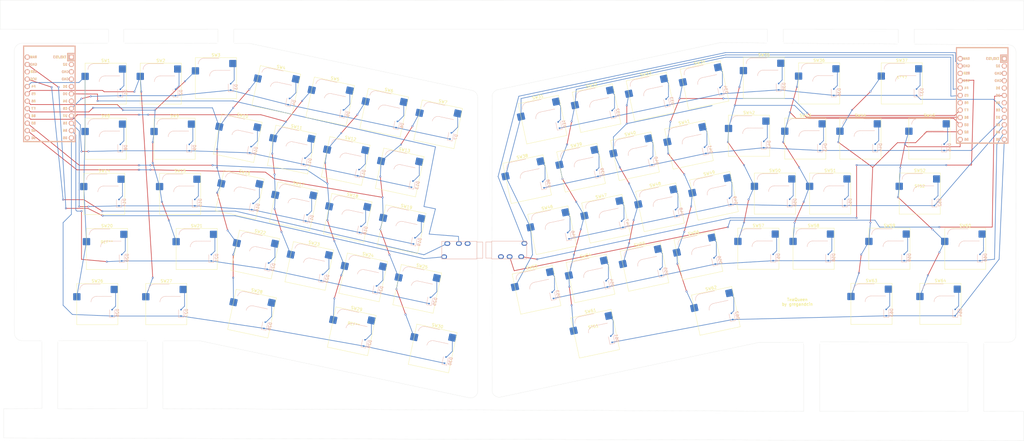
<source format=kicad_pcb>
(kicad_pcb (version 20221018) (generator pcbnew)
  (layers (0 "F.Cu" signal) (31 "B.Cu" signal) (34 "B.Paste" user) (35 "F.Paste" user) (36 "B.SilkS" user "B.Silkscreen") (37 "F.SilkS" user "F.Silkscreen") (38 "B.Mask" user) (39 "F.Mask" user) (44 "Edge.Cuts" user))
  (net 0 "")
  (net 1 "COL0")
  (net 2 "COL1")
  (net 3 "COL2")
  (net 4 "COL3")
  (net 5 "COL4")
  (net 6 "COL5")
  (net 7 "COL6")
  (net 8 "ROW0")
  (net 9 "ROW1")
  (net 10 "ROW2")
  (net 11 "ROW3")
  (net 12 "ROW4")
  (net 13 "Net-(D1-A)")
  (net 14 "Net-(D2-A)")
  (net 15 "Net-(D3-A)")
  (net 16 "Net-(D4-A)")
  (net 17 "Net-(D5-A)")
  (net 18 "Net-(D6-A)")
  (net 19 "Net-(D7-A)")
  (net 20 "Net-(D8-A)")
  (net 21 "Net-(D9-A)")
  (net 22 "Net-(D10-A)")
  (net 23 "Net-(D11-A)")
  (net 24 "Net-(D12-A)")
  (net 25 "Net-(D13-A)")
  (net 26 "Net-(D14-A)")
  (net 27 "Net-(D15-A)")
  (net 28 "Net-(D16-A)")
  (net 29 "Net-(D17-A)")
  (net 30 "Net-(D18-A)")
  (net 31 "Net-(D19-A)")
  (net 32 "Net-(D20-A)")
  (net 33 "Net-(D21-A)")
  (net 34 "Net-(D22-A)")
  (net 35 "Net-(D23-A)")
  (net 36 "Net-(D24-A)")
  (net 37 "Net-(D25-A)")
  (net 38 "Net-(D26-A)")
  (net 39 "Net-(D27-A)")
  (net 40 "Net-(D28-A)")
  (net 41 "Net-(D29-A)")
  (net 42 "Net-(D30-A)")
  (net 47 "Net-(D31-A)")
  (net 48 "ROW5")
  (net 51 "VCC")
  (net 53 "GND")
  (net 55 "Net-(D32-A)")
  (net 56 "Net-(D33-A)")
  (net 57 "Net-(D34-A)")
  (net 58 "Net-(D35-A)")
  (net 59 "Net-(D36-A)")
  (net 60 "Net-(D37-A)")
  (net 61 "Net-(D38-A)")
  (net 62 "ROW6")
  (net 63 "Net-(D39-A)")
  (net 64 "Net-(D40-A)")
  (net 65 "Net-(D41-A)")
  (net 66 "Net-(D42-A)")
  (net 67 "Net-(D43-A)")
  (net 68 "Net-(D44-A)")
  (net 69 "Net-(D45-A)")
  (net 70 "Net-(D46-A)")
  (net 71 "ROW7")
  (net 72 "Net-(D47-A)")
  (net 73 "Net-(D48-A)")
  (net 74 "Net-(D49-A)")
  (net 75 "Net-(D50-A)")
  (net 76 "Net-(D51-A)")
  (net 77 "Net-(D52-A)")
  (net 78 "Net-(D53-A)")
  (net 79 "ROW8")
  (net 80 "Net-(D54-A)")
  (net 81 "Net-(D55-A)")
  (net 82 "Net-(D56-A)")
  (net 83 "Net-(D57-A)")
  (net 84 "Net-(D58-A)")
  (net 85 "Net-(D59-A)")
  (net 86 "Net-(D60-A)")
  (net 87 "Net-(D61-A)")
  (net 88 "ROW9")
  (net 89 "Net-(D62-A)")
  (net 90 "Net-(D63-A)")
  (net 91 "Net-(D64-A)")
  (net 92 "COL7")
  (net 93 "COL8")
  (net 94 "COL9")
  (net 95 "COL10")
  (net 96 "COL11")
  (net 97 "COL12")
  (net 98 "COL13")
  (net 99 "COL14")
  (net 101 "TX1")
  (net 111 "TX2")
  (footprint "PCM_Switch_Keyboard_Hotswap_Kailh:SW_Hotswap_Kailh_MX_1.00u" (layer "F.Cu") (at 162.822972 161.965658 -12)
    (fp_text reference "SW24")
    (fp_text value "SW_Push")
  )
  (footprint "PCM_Switch_Keyboard_Hotswap_Kailh:SW_Hotswap_Kailh_MX_1.50u" (layer "F.Cu") (at 284.601969 173.542512 12)
    (fp_text reference "SW62")
    (fp_text value "SW_Push")
  )
  (footprint "PCM_Switch_Keyboard_Hotswap_Kailh:SW_Hotswap_Kailh_MX_1.50u" (layer "F.Cu") (at 358.351439 113.952807)
    (fp_text reference "SW45")
    (fp_text value "SW_Push")
  )
  (footprint "PCM_Switch_Keyboard_Hotswap_Kailh:SW_Hotswap_Kailh_MX_1.00u" (layer "F.Cu") (at 157.466834 141.351588 -12)
    (fp_text reference "SW18")
    (fp_text value "SW_Push")
  )
  (footprint "PCM_Switch_Keyboard_Hotswap_Kailh:SW_Hotswap_Kailh_MX_1.00u" (layer "F.Cu") (at 305.011439 133.002807)
    (fp_text reference "SW50")
    (fp_text value "SW_Push")
  )
  (footprint "PCM_Switch_Keyboard_Hotswap_Kailh:SW_Hotswap_Kailh_MX_2.75u" (layer "F.Cu") (at 242.943925 181.423423 12)
    (fp_text reference "SW61")
    (fp_text value "SW_Push")
  )
  (footprint "PCM_Switch_Keyboard_Hotswap_Kailh:SW_Hotswap_Kailh_MX_1.00u" (layer "F.Cu") (at 138.135412 117.766979 -12)
    (fp_text reference "SW11")
    (fp_text value "SW_Push")
  )
  (footprint "PCM_Switch_Keyboard_Hotswap_Kailh:SW_Hotswap_Kailh_MX_1.00u" (layer "F.Cu") (at 238.049413 124.037019 12)
    (fp_text reference "SW39")
    (fp_text value "SW_Push")
  )
  (footprint "PCM_Switch_Keyboard_Hotswap_Kailh:SW_Hotswap_Kailh_MX_1.00u" (layer "F.Cu") (at 259.946133 158.333904 12)
    (fp_text reference "SW55")
    (fp_text value "SW_Push")
  )
  (footprint "PCM_Switch_Keyboard_Hotswap_Kailh:SW_Hotswap_Kailh_MX_1.00u" (layer "F.Cu") (at 278.579844 154.373186 12)
    (fp_text reference "SW56")
    (fp_text value "SW_Push")
  )
  (footprint "PCM_Switch_Keyboard_Hotswap_Kailh:SW_Hotswap_Kailh_MX_1.00u" (layer "F.Cu") (at 132.779274 97.152908 -12)
    (fp_text reference "SW4")
    (fp_text value "SW_Push")
  )
  (footprint "PCM_Switch_Keyboard_Hotswap_Kailh:SW_Hotswap_Kailh_MX_1.00u" (layer "F.Cu") (at 301.201439 92.997807)
    (fp_text reference "SW35")
    (fp_text value "SW_Push")
  )
  (footprint "PCM_Switch_Keyboard_Hotswap_Kailh:SW_Hotswap_Kailh_MX_1.00u" (layer "F.Cu") (at 170.046697 105.074344 -12)
    (fp_text reference "SW6")
    (fp_text value "SW_Push")
  )
  (footprint "PCM_Switch_Keyboard_Hotswap_Kailh:SW_Hotswap_Kailh_MX_1.75u" (layer "F.Cu") (at 73.377819 133.092852)
    (fp_text reference "SW14")
    (fp_text value "SW_Push")
  )
  (footprint "PCM_Switch_Keyboard_Hotswap_Kailh:SW_Hotswap_Kailh_MX_1.00u" (layer "F.Cu") (at 151.412985 101.113626 -12)
    (fp_text reference "SW5")
    (fp_text value "SW_Push")
  )
  (footprint "PCM_Switch_Keyboard_Hotswap_Kailh:SW_Hotswap_Kailh_MX_1.00u" (layer "F.Cu") (at 92.904069 94.992851)
    (fp_text reference "SW2")
    (fp_text value "SW_Push")
  )
  (footprint "PCM_Switch_Keyboard_Hotswap_Kailh:SW_Hotswap_Kailh_MX_1.00u" (layer "F.Cu") (at 97.666569 114.042852)
    (fp_text reference "SW9")
    (fp_text value "SW_Push")
  )
  (footprint "PCM_Switch_Keyboard_Hotswap_Kailh:SW_Hotswap_Kailh_MX_1.00u" (layer "F.Cu") (at 105.286569 152.142852)
    (fp_text reference "SW21")
    (fp_text value "SW_Push")
  )
  (footprint "random-keyboard-parts:breakaway-mousebites" (layer "F.Cu") (at 350.266 81.534)
    (fp_text reference "REF**")
    (fp_text value "breakaway-mousebites")
  )
  (footprint "PCM_Switch_Keyboard_Hotswap_Kailh:SW_Hotswap_Kailh_MX_1.00u" (layer "F.Cu") (at 296.057939 113.000307)
    (fp_text reference "SW42")
    (fp_text value "SW_Push")
  )
  (footprint "PCM_Switch_Keyboard_Hotswap_Kailh:SW_Hotswap_Kailh_MX_1.00u" (layer "F.Cu") (at 111.954069 93.087852)
    (fp_text reference "SW3")
    (fp_text value "SW_Push")
  )
  (footprint "PCM_Switch_Keyboard_Hotswap_Kailh:SW_Hotswap_Kailh_MX_2.00u" (layer "F.Cu") (at 348.826439 94.902806)
    (fp_text reference "SW37")
    (fp_text value "SW_Push")
  )
  (footprint "PCM_Switch_Keyboard_Hotswap_Kailh:SW_Hotswap_Kailh_MX_1.00u" (layer "F.Cu") (at 246.668559 141.680551 12)
    (fp_text reference "SW47")
    (fp_text value "SW_Push")
  )
  (footprint "PCM_Switch_Keyboard_Hotswap_Kailh:SW_Hotswap_Kailh_MX_1.00u" (layer "F.Cu") (at 119.5017 113.806261 -12)
    (fp_text reference "SW10")
    (fp_text value "SW_Push")
  )
  (footprint "PCM_Switch_Keyboard_Hotswap_Kailh:SW_Hotswap_Kailh_MX_1.00u" (layer "F.Cu") (at 222.678709 166.255339 12)
    (fp_text reference "SW53")
    (fp_text value "SW_Push")
  )
  (footprint "PCM_Switch_Keyboard_Hotswap_Kailh:SW_Hotswap_Kailh_MX_1.00u" (layer "F.Cu") (at 243.405552 103.422948 12)
    (fp_text reference "SW32")
    (fp_text value "SW_Push")
  )
  (footprint "PCM_Switch_Keyboard_Hotswap_Kailh:SW_Hotswap_Kailh_MX_1.00u" (layer "F.Cu") (at 256.683125 120.076301 12)
    (fp_text reference "SW40")
    (fp_text value "SW_Push")
  )
  (footprint "PCM_Switch_Keyboard_Hotswap_Kailh:SW_Hotswap_Kailh_MX_1.00u" (layer "F.Cu") (at 338.348939 171.102807)
    (fp_text reference "SW63")
    (fp_text value "SW_Push")
  )
  (footprint "PCM_Switch_Keyboard_Hotswap_Kailh:SW_Hotswap_Kailh_MX_1.00u" (layer "F.Cu") (at 186.812822 186.540447 -12)
    (fp_text reference "SW30")
    (fp_text value "SW_Push")
  )
  (footprint "PCM_Switch_Keyboard_Hotswap_Kailh:SW_Hotswap_Kailh_MX_1.00u" (layer "F.Cu") (at 120.19941 133.430152 -12)
    (fp_text reference "SW16")
    (fp_text value "SW_Push")
  )
  (footprint "PCM_Switch_Keyboard_Hotswap_Kailh:SW_Hotswap_Kailh_MX_1.00u" (layer "F.Cu") (at 318.346439 152.052807)
    (fp_text reference "SW58")
    (fp_text value "SW_Push")
  )
  (footprint "PCM_Switch_Keyboard_Hotswap_Kailh:SW_Hotswap_Kailh_MX_1.00u" (layer "F.Cu") (at 94.809069 171.192852)
    (fp_text reference "SW27")
    (fp_text value "SW_Push")
  )
  (footprint "PCM_Switch_Keyboard_Hotswap_Kailh:SW_Hotswap_Kailh_MX_2.25u" (layer "F.Cu") (at 74.330319 152.142852)
    (fp_text reference "SW20")
    (fp_text value "SW_Push")
  )
  (footprint "random-keyboard-parts:breakaway-mousebites" (layer "F.Cu") (at 305.054 81.129)
    (fp_text reference "REF**")
    (fp_text value "breakaway-mousebites")
  )
  (footprint "Stabilizer_Cherry_MX_2.00u" (layer "F.Cu") (at 242.695838 180.911959 12)
    (fp_text reference "ST61")
    (fp_text value "MountingHole")
  )
  (footprint "random-keyboard-parts:breakaway-mousebites" (layer "F.Cu") (at 374.396 184.196 180)
    (fp_text reference "REF**")
    (fp_text value "breakaway-mousebites")
  )
  (footprint "PCM_Switch_Keyboard_Hotswap_Kailh:SW_Hotswap_Kailh_MX_1.00u" (layer "F.Cu") (at 125.555548 154.044223 -12)
    (fp_text reference "SW22")
    (fp_text value "SW_Push")
  )
  (footprint "PCM_Switch_Keyboard_Hotswap_Kailh:SW_Hotswap_Kailh_MX_1.00u" (layer "F.Cu") (at 283.935983 133.759116 12)
    (fp_text reference "SW49")
    (fp_text value "SW_Push")
  )
  (footprint "random-keyboard-parts:breakaway-mousebites" (layer "F.Cu") (at 90.925 183.60115 180)
    (fp_text reference "REF**")
    (fp_text value "breakaway-mousebites")
  )
  (footprint "PCM_Switch_Keyboard_Hotswap_Kailh:SW_Hotswap_Kailh_MX_1.00u" (layer "F.Cu") (at 315.488939 113.952807)
    (fp_text reference "SW43")
    (fp_text value "SW_Push")
  )
  (footprint "PCM_Switch_Keyboard_Hotswap_Kailh:SW_Hotswap_Kailh_MX_1.00u" (layer "F.Cu") (at 175.402835 125.688414 -12)
    (fp_text reference "SW13")
    (fp_text value "SW_Push")
  )
  (footprint "PCM_Switch_Keyboard_Hotswap_Kailh:SW_Hotswap_Kailh_MX_1.00u" (layer "F.Cu") (at 275.316837 116.115583 12)
    (fp_text reference "SW41")
    (fp_text value "SW_Push")
  )
  (footprint "PCM_Switch_Keyboard_Hotswap_Kailh:SW_Hotswap_Kailh_MX_1.00u" (layer "F.Cu") (at 73.854069 94.992852)
    (fp_text reference "SW1")
    (fp_text value "SW_Push")
  )
  (footprint "PCM_Switch_Keyboard_Hotswap_Kailh:SW_Hotswap_Kailh_MX_1.50u" (layer "F.Cu") (at 362.161439 171.102807)
    (fp_text reference "SW64")
    (fp_text value "SW_Push")
  )
  (footprint "PCM_Switch_Keyboard_Hotswap_Kailh:SW_Hotswap_Kailh_MX_1.00u" (layer "F.Cu") (at 181.456684 165.926376 -12)
    (fp_text reference "SW25")
    (fp_text value "SW_Push")
  )
  (footprint "PCM_Switch_Keyboard_Hotswap_Kailh:SW_Hotswap_Kailh_MX_1.00u" (layer "F.Cu") (at 188.680409 109.035061 -12)
    (fp_text reference "SW7")
    (fp_text value "SW_Push")
  )
  (footprint "PCM_Switch_Keyboard_Hotswap_Kailh:SW_Hotswap_Kailh_MX_1.50u" (layer "F.Cu") (at 70.996569 171.192852)
    (fp_text reference "SW26")
    (fp_text value "SW_Push")
  )
  (footprint "random-keyboard-parts:breakaway-mousebites" (layer "F.Cu") (at 77.47 81.229)
    (fp_text reference "REF**")
    (fp_text value "breakaway-mousebites")
  )
  (footprint "PCM_Switch_Keyboard_Hotswap_Kailh:SW_Hotswap_Kailh_MX_1.00u" (layer "F.Cu") (at 370.733939 152.052807)
    (fp_text reference "SW60")
    (fp_text value "SW_Push")
  )
  (footprint "PCM_Switch_Keyboard_Hotswap_Kailh:SW_Hotswap_Kailh_MX_1.00u" (layer "F.Cu") (at 262.039263 99.46223 12)
    (fp_text reference "SW33")
    (fp_text value "SW_Push")
  )
  (footprint "PCM_Switch_Keyboard_Hotswap_Kailh:SW_Hotswap_Kailh_MX_2.25u" (layer "F.Cu") (at 355.017689 133.002807)
    (fp_text reference "SW52")
    (fp_text value "SW_Push")
  )
  (footprint "PCM_Switch_Keyboard_Hotswap_Kailh:SW_Hotswap_Kailh_MX_1.00u" (layer "F.Cu") (at 219.415702 127.997736 12)
    (fp_text reference "SW38")
    (fp_text value "SW_Push")
  )
  (footprint "PCM_Switch_Keyboard_Hotswap_Kailh:SW_Hotswap_Kailh_MX_1.00u" (layer "F.Cu") (at 228.034847 145.641269 12)
    (fp_text reference "SW46")
    (fp_text value "SW_Push")
  )
  (footprint "PCM_Switch_Keyboard_Hotswap_Kailh:SW_Hotswap_Kailh_MX_1.00u" (layer "F.Cu") (at 224.77184 107.383666 12)
    (fp_text reference "SW31")
    (fp_text value "SW_Push")
  )
  (footprint "PCM_Switch_Keyboard_Hotswap_Kailh:SW_Hotswap_Kailh_MX_1.00u" (layer "F.Cu") (at 324.061439 133.002807)
    (fp_text reference "SW51")
    (fp_text value "SW_Push")
  )
  (footprint "PCM_Switch_Keyboard_Hotswap_Kailh:SW_Hotswap_Kailh_MX_1.00u" (layer "F.Cu") (at 99.571569 133.092852)
    (fp_text reference "SW15")
    (fp_text value "SW_Push")
  )
  (footprint "random-keyboard-parts:breakaway-mousebites" (layer "F.Cu") (at 115.316 81.28)
    (fp_text reference "REF**")
    (fp_text value "breakaway-mousebites")
  )
  (footprint "PCM_Switch_Keyboard_Hotswap_Kailh:SW_Hotswap_Kailh_MX_1.00u" (layer "F.Cu") (at 299.296439 152.052807)
    (fp_text reference "SW57")
    (fp_text value "SW_Push")
  )
  (footprint "Stabilizer_Cherry_MX_2.00u" (layer "F.Cu") (at 348.826439 94.902806)
    (fp_text reference "ST37")
    (fp_text value "MountingHole")
  )
  (footprint "PCM_Switch_Keyboard_Hotswap_Kailh:SW_Hotswap_Kailh_MX_2.00u" (layer "F.Cu") (at 158.862254 180.59937 -12)
    (fp_text reference "SW29")
    (fp_text value "SW_Push")
  )
  (footprint "PCM_Switch_Keyboard_Hotswap_Kailh:SW_Hotswap_Kailh_MX_1.00u" (layer "F.Cu") (at 156.769124 121.727697 -12)
    (fp_text reference "SW12")
    (fp_text value "SW_Push")
  )
  (footprint "PCM_Switch_Keyboard_Hotswap_Kailh:SW_Hotswap_Kailh_MX_1.50u" (layer "F.Cu") (at 73.854069 114.042852)
    (fp_text reference "SW8")
    (fp_text value "SW_Push")
  )
  (footprint "PCM_Switch_Keyboard_Hotswap_Kailh:SW_Hotswap_Kailh_MX_1.00u" (layer "F.Cu") (at 280.672975 95.501513 12)
    (fp_text reference "SW34")
    (fp_text value "SW_Push")
  )
  (footprint "random-keyboard-parts:breakaway-mousebites" (layer "F.Cu") (at 317.75 184.246 180)
    (fp_text reference "REF**")
    (fp_text value "breakaway-mousebites")
  )
  (footprint "PCM_Switch_Keyboard_Hotswap_Kailh:SW_Hotswap_Kailh_MX_1.00u" (layer "F.Cu") (at 138.833122 137.39087 -12)
    (fp_text reference "SW17")
    (fp_text value "SW_Push")
  )
  (footprint "PCM_Switch_Keyboard_Hotswap_Kailh:SW_Hotswap_Kailh_MX_1.75u" (layer "F.Cu") (at 344.540189 152.052807)
    (fp_text reference "SW59")
    (fp_text value "SW_Push")
  )
  (footprint "PCM_Switch_Keyboard_Hotswap_Kailh:SW_Hotswap_Kailh_MX_1.50u" (layer "F.Cu") (at 124.419743 174.48515 -12)
    (fp_text reference "SW28")
    (fp_text value "SW_Push")
  )
  (footprint "random-keyboard-parts:breakaway-mousebites" (layer "F.Cu") (at 54.61 183.646 180)
    (fp_text reference "REF**")
    (fp_text value "breakaway-mousebites")
  )
  (footprint "Stabilizer_Cherry_MX_2.00u" (layer "F.Cu") (at 355.003449 132.436648)
    (fp_text reference "ST52")
    (fp_text value "MountingHole")
  )
  (footprint "PCM_Switch_Keyboard_Hotswap_Kailh:SW_Hotswap_Kailh_MX_1.00u" (layer "F.Cu") (at 334.538939 113.952807)
    (fp_text reference "SW44")
    (fp_text value "SW_Push")
  )
  (footprint "PCM_Switch_Keyboard_Hotswap_Kailh:SW_Hotswap_Kailh_MX_1.00u" (layer "F.Cu") (at 241.312421 162.294622 12)
    (fp_text reference "SW54")
    (fp_text value "SW_Push")
  )
  (footprint "PCM_Switch_Keyboard_Hotswap_Kailh:SW_Hotswap_Kailh_MX_1.00u" (layer "F.Cu") (at 320.251439 94.902806)
    (fp_text reference "SW36")
    (fp_text value "SW_Push")
  )
  (footprint "PCM_Switch_Keyboard_Hotswap_Kailh:SW_Hotswap_Kailh_MX_1.00u" (layer "F.Cu") (at 176.100546 145.312305 -12)
    (fp_text reference "SW19")
    (fp_text value "SW_Push")
  )
  (footprint "PCM_Mounting_Keyboard_Stabilizer:Stabilizer_Cherry_MX_2.00u" (layer "F.Cu") (at 159.091432 180.113513 -12)
    (fp_text reference "REF**")
    (fp_text value "Stabilizer_Cherry_MX_2.00u")
  )
  (footprint "PCM_Switch_Keyboard_Hotswap_Kailh:SW_Hotswap_Kailh_MX_1.00u" (layer "F.Cu") (at 144.18926 158.004941 -12)
    (fp_text reference "SW23")
    (fp_text value "SW_Push")
  )
  (footprint "PCM_Switch_Keyboard_Hotswap_Kailh:SW_Hotswap_Kailh_MX_1.00u" (layer "F.Cu") (at 265.302271 137.719833 12)
    (fp_text reference "SW48")
    (fp_text value "SW_Push")
  )
  (footprint "PCM_Mounting_Keyboard_Stabilizer:Stabilizer_Cherry_MX_2.00u" (layer "F.Cu") (at 74.254069 151.749102)
    (fp_text reference "REF**")
    (fp_text value "Stabilizer_Cherry_MX_2.00u")
  )
  (footprint "Diode_SMD:D_SOD-323F" (layer "B.Cu") (at 128.75876 178.505129 78)
    (fp_text reference "D28")
    (fp_text value "SOD_123")
  )
  (footprint "Diode_SMD:D_SOD-323F" (layer "B.Cu") (at 148.528278 162.024919 78)
    (fp_text reference "D23")
    (fp_text value "SOD_123")
  )
  (footprint "Keebio-Parts:TRRS-PJ-320A" (layer "B.Cu") (at 207.177606 152.499148 -90)
    (fp_text reference "U4")
    (fp_text value "TRRS")
  )
  (footprint "Diode_SMD:D_SOD-323F" (layer "B.Cu") (at 78.457819 136.122852 90)
    (fp_text reference "D14")
    (fp_text value "SOD_123")
  )
  (footprint "Diode_SMD:D_SOD-323F" (layer "B.Cu") (at 123.840717 117.82624 78)
    (fp_text reference "D10")
    (fp_text value "SOD_123")
  )
  (footprint "Diode_SMD:D_SOD-323F" (layer "B.Cu") (at 193.019426 113.05504 78)
    (fp_text reference "D7")
    (fp_text value "SOD_123")
  )
  (footprint "Diode_SMD:D_SOD-323F" (layer "B.Cu") (at 367.241439 174.132807 90)
    (fp_text reference "D64")
    (fp_text value "SOD_123")
  )
  (footprint "Diode_SMD:D_SOD-323F" (layer "B.Cu") (at 78.934069 117.072852 90)
    (fp_text reference "D8")
    (fp_text value "SOD_123")
  )
  (footprint "Diode_SMD:D_SOD-323F" (layer "B.Cu") (at 249.004514 105.330544 102)
    (fp_text reference "D32")
    (fp_text value "SOD_123")
  )
  (footprint "Diode_SMD:D_SOD-323F" (layer "B.Cu") (at 246.911383 164.202218 102)
    (fp_text reference "D54")
    (fp_text value "SOD_123")
  )
  (footprint "Keebio-Parts:TRRS-PJ-320A" (layer "B.Cu") (at 202.060319 152.542852 90)
    (fp_text reference "U2")
    (fp_text value "TRRS")
  )
  (footprint "Diode_SMD:D_SOD-323F" (layer "B.Cu") (at 191.151839 190.560425 78)
    (fp_text reference "D30")
    (fp_text value "SOD_123")
  )
  (footprint "Diode_SMD:D_SOD-323F" (layer "B.Cu") (at 76.076569 174.222852 90)
    (fp_text reference "D26")
    (fp_text value "SOD_123")
  )
  (footprint "Diode_SMD:D_SOD-323F" (layer "B.Cu") (at 284.178807 156.280782 102)
    (fp_text reference "D56")
    (fp_text value "SOD_123")
  )
  (footprint "Diode_SMD:D_SOD-323F" (layer "B.Cu") (at 360.097689 136.032807 90)
    (fp_text reference "D52")
    (fp_text value "SOD_123")
  )
  (footprint "Diode_SMD:D_SOD-323F" (layer "B.Cu") (at 117.034069 96.117852 90)
    (fp_text reference "D3")
    (fp_text value "SOD_123")
  )
  (footprint "Diode_SMD:D_SOD-323F" (layer "B.Cu") (at 363.431439 116.982807 90)
    (fp_text reference "D45")
    (fp_text value "SOD_123")
  )
  (footprint "Diode_SMD:D_SOD-323F" (layer "B.Cu") (at 267.638226 101.369826 102)
    (fp_text reference "D33")
    (fp_text value "SOD_123")
  )
  (footprint "Diode_SMD:D_SOD-323F" (layer "B.Cu") (at 142.474429 121.786957 78)
    (fp_text reference "D11")
    (fp_text value "SOD_123")
  )
  (footprint "Diode_SMD:D_SOD-323F" (layer "B.Cu") (at 97.984069 98.022851 90)
    (fp_text reference "D2")
    (fp_text value "SOD_123")
  )
  (footprint "Diode_SMD:D_SOD-323F" (layer "B.Cu") (at 180.439563 149.332284 78)
    (fp_text reference "D19")
    (fp_text value "SOD_123")
  )
  (footprint "Diode_SMD:D_SOD-323F" (layer "B.Cu") (at 349.620189 155.082807 90)
    (fp_text reference "D59")
    (fp_text value "SOD_123")
  )
  (footprint "Diode_SMD:D_SOD-323F" (layer "B.Cu") (at 353.906439 97.932806 90)
    (fp_text reference "D37")
    (fp_text value "SOD_123")
  )
  (footprint "Diode_SMD:D_SOD-323F" (layer "B.Cu") (at 161.805851 145.371566 78)
    (fp_text reference "D18")
    (fp_text value "SOD_123")
  )
  (footprint "Diode_SMD:D_SOD-323F" (layer "B.Cu") (at 248.542887 183.331019 102)
    (fp_text reference "D61")
    (fp_text value "SOD_123")
  )
  (footprint "Diode_SMD:D_SOD-323F" (layer "B.Cu") (at 280.915799 118.023179 102)
    (fp_text reference "D41")
    (fp_text value "SOD_123")
  )
  (footprint "Diode_SMD:D_SOD-323F" (layer "B.Cu") (at 310.091439 136.032807 90)
    (fp_text reference "D50")
    (fp_text value "SOD_123")
  )
  (footprint "Diode_SMD:D_SOD-323F" (layer "B.Cu") (at 375.813939 155.082807 90)
    (fp_text reference "D60")
    (fp_text value "SOD_123")
  )
  (footprint "Diode_SMD:D_SOD-323F" (layer "B.Cu") (at 252.267521 143.588147 102)
    (fp_text reference "D47")
    (fp_text value "SOD_123" hide)
  )
  (footprint "Keebio-Parts:ArduinoProMicro" (layer "B.Cu") (at 376.596356 100.307112 -90)
    (fp_text reference "U3" hide)
    (fp_text value "Pro Micro" hide)
  )
  (footprint "Diode_SMD:D_SOD-323F" (layer "B.Cu") (at 102.746569 117.072852 90)
    (fp_text reference "D9")
    (fp_text value "SOD_123")
  )
  (footprint "Diode_SMD:D_SOD-323F" (layer "B.Cu") (at 110.366569 155.172852 90)
    (fp_text reference "D21")
    (fp_text value "SOD_123")
  )
  (footprint "Diode_SMD:D_SOD-323F" (layer "B.Cu") (at 304.376439 155.082807 90)
    (fp_text reference "D57")
    (fp_text value "SOD_123")
  )
  (footprint "Diode_SMD:D_SOD-323F" (layer "B.Cu") (at 343.428939 174.132807 90)
    (fp_text reference "D63")
    (fp_text value "SOD_123")
  )
  (footprint "Diode_SMD:D_SOD-323F" (layer "B.Cu") (at 163.201272 184.619349 78)
    (fp_text reference "D29")
    (fp_text value "SOD_123")
  )
  (footprint "Diode_SMD:D_SOD-323F" (layer "B.Cu") (at 161.108141 125.747675 78)
    (fp_text reference "D12")
    (fp_text value "SOD_123")
  )
  (footprint "Diode_SMD:D_SOD-323F" (layer "B.Cu") (at 262.282087 121.983897 102)
    (fp_text reference "D40")
    (fp_text value "SOD_123")
  )
  (footprint "Diode_SMD:D_SOD-323F" (layer "B.Cu") (at 323.426439 155.082807 90)
    (fp_text reference "D58")
    (fp_text value "SOD_123")
  )
  (footprint "Diode_SMD:D_SOD-323F" (layer "B.Cu") (at 124.538428 137.450131 78)
    (fp_text reference "D16")
    (fp_text value "SOD_123")
  )
  (footprint "Diode_SMD:D_SOD-323F" (layer "B.Cu") (at 179.741853 129.708393 78)
    (fp_text reference "D13")
    (fp_text value "SOD_123")
  )
  (footprint "Diode_SMD:D_SOD-323F" (layer "B.Cu") (at 185.795701 169.946355 78)
    (fp_text reference "D25")
    (fp_text value "SOD_123")
  )
  (footprint "Diode_SMD:D_SOD-323F" (layer "B.Cu") (at 129.894566 158.064202 78)
    (fp_text reference "D22")
    (fp_text value "SOD_123")
  )
  (footprint "Diode_SMD:D_SOD-323F" (layer "B.Cu") (at 104.651569 136.122852 90)
    (fp_text reference "D15")
    (fp_text value "SOD_123")
  )
  (footprint "Diode_SMD:D_SOD-323F" (layer "B.Cu") (at 79.410319 155.172852 90)
    (fp_text reference "D20")
    (fp_text value "SOD_123")
  )
  (footprint "Diode_SMD:D_SOD-323F" (layer "B.Cu") (at 233.633809 147.548865 102)
    (fp_text reference "D46")
    (fp_text value "SOD_123")
  )
  (footprint "Diode_SMD:D_SOD-323F" (layer "B.Cu") (at 155.752003 105.133605 78)
    (fp_text reference "D5")
    (fp_text value "SOD_123")
  )
  (footprint "Keebio-Parts:ArduinoProMicro" (layer "B.Cu") (at 54.410319 99.760852 -90)
    (fp_text reference "U1" hide)
    (fp_text value "Pro Micro" hide)
  )
  (footprint "Diode_SMD:D_SOD-323F" (layer "B.Cu") (at 320.568939 116.982807 90)
    (fp_text reference "D43")
    (fp_text value "SOD_123")
  )
  (footprint "Diode_SMD:D_SOD-323F" (layer "B.Cu") (at 270.901233 139.627429 102)
    (fp_text reference "D48")
    (fp_text value "SOD_123")
  )
  (footprint "Diode_SMD:D_SOD-323F" (layer "B.Cu") (at 167.161989 165.985637 78)
    (fp_text reference "D24")
    (fp_text value "SOD_123")
  )
  (footprint "Diode_SMD:D_SOD-323F" (layer "B.Cu") (at 230.370802 109.291262 102)
    (fp_text reference "D31")
    (fp_text value "SOD_123")
  )
  (footprint "Diode_SMD:D_SOD-323F" (layer "B.Cu") (at 325.331439 97.932806 90)
    (fp_text reference "D36")
    (fp_text value "SOD_123")
  )
  (footprint "Diode_SMD:D_SOD-323F" (layer "B.Cu") (at 78.934069 98.022852 90)
    (fp_text reference "D1")
    (fp_text value "SOD_123")
  )
  (footprint "Diode_SMD:D_SOD-323F" (layer "B.Cu") (at 225.014664 129.905332 102)
    (fp_text reference "D38")
    (fp_text value "SOD_123")
  )
  (footprint "Diode_SMD:D_SOD-323F" (layer "B.Cu") (at 290.200931 175.450108 102)
    (fp_text reference "D62")
    (fp_text value "SOD_123")
  )
  (footprint "Diode_SMD:D_SOD-323F" (layer "B.Cu") (at 289.534945 135.666711 102)
    (fp_text reference "D49")
    (fp_text value "SOD_123")
  )
  (footprint "Diode_SMD:D_SOD-323F" (layer "B.Cu") (at 265.545095 160.2415 102)
    (fp_text reference "D55")
    (fp_text value "SOD_123")
  )
  (footprint "Diode_SMD:D_SOD-323F" (layer "B.Cu") (at 174.385715 109.094322 78)
    (fp_text reference "D6")
    (fp_text value "SOD_123")
  )
  (footprint "Diode_SMD:D_SOD-323F" (layer "B.Cu") (at 306.281439 96.027807 90)
    (fp_text reference "D35")
    (fp_text value "SOD_123")
  )
  (footprint "Diode_SMD:D_SOD-323F" (layer "B.Cu") (at 99.889069 174.222852 90)
    (fp_text reference "D27")
    (fp_text value "SOD_123")
  )
  (footprint "Diode_SMD:D_SOD-323F" (layer "B.Cu") (at 286.271937 97.409108 102)
    (fp_text reference "D34")
    (fp_text value "SOD_123")
  )
  (footprint "Diode_SMD:D_SOD-323F" (layer "B.Cu") (at 301.137939 116.030307 90)
    (fp_text reference "D42")
    (fp_text value "SOD_123")
  )
  (footprint "Diode_SMD:D_SOD-323F" (layer "B.Cu") (at 243.648376 125.944615 102)
    (fp_text reference "D39")
    (fp_text value "SOD_123")
  )
  (footprint "Diode_SMD:D_SOD-323F" (layer "B.Cu") (at 143.172139 141.410849 78)
    (fp_text reference "D17")
    (fp_text value "SOD_123")
  )
  (footprint "Diode_SMD:D_SOD-323F" (layer "B.Cu") (at 228.277671 168.162935 102)
    (fp_text reference "D53")
    (fp_text value "SOD_123")
  )
  (footprint "Diode_SMD:D_SOD-323F" (layer "B.Cu") (at 339.618939 116.982807 90)
    (fp_text reference "D44")
    (fp_text value "SOD_123")
  )
  (footprint "Diode_SMD:D_SOD-323F" (layer "B.Cu") (at 137.118291 101.172887 78)
    (fp_text reference "D4")
    (fp_text value "SOD_123")
  )
  (footprint "Diode_SMD:D_SOD-323F" (layer "B.Cu") (at 329.141439 136.032807 90)
    (fp_text reference "D51")
    (fp_text value "SOD_123")
  )
  (gr_line (start 70.285319 183.816602) (end 88.175 183.83242) (stroke (width 0.05)) (layer "Edge.Cuts"))
  (gr_line (start 210.016849 203.376247) (end 299.676849 184.386247) (stroke (width 0.05)) (layer "Edge.Cuts"))
  (gr_line (start 377.075 208.325) (end 390.925 208.3) (stroke (width 0.05)) (layer "Edge.Cuts"))
  (gr_line (start 377.1 184.35) (end 385.703949 184.343949) (stroke (width 0.05)) (layer "Edge.Cuts"))
  (gr_line (start 74.85 81.025) (end 74.85 76.195) (stroke (width 0.05)) (layer "Edge.Cuts"))
  (gr_line (start 315 208.275) (end 314.756 208.275) (stroke (width 0.05)) (layer "Edge.Cuts"))
  (gr_line (start 353.05 81.35) (end 385.728949 81.563949) (stroke (width 0.05)) (layer "Edge.Cuts"))
  (gr_line (start 44.910319 183.826602) (end 51.875 183.83242) (stroke (width 0.05)) (layer "Edge.Cuts"))
  (gr_line (start 307.825 81) (end 307.825 76.2) (stroke (width 0.05)) (layer "Edge.Cuts"))
  (gr_line (start 307.825 76.2) (end 347.55 76.225) (stroke (width 0.05)) (layer "Edge.Cuts"))
  (gr_line (start 57.356719 207.334937) (end 88.177 207.28742) (stroke (width 0.05)) (layer "Edge.Cuts"))
  (gr_line (start 320.85 208.275) (end 371.675 208.325) (stroke (width 0.05)) (layer "Edge.Cuts"))
  (gr_line (start 93.65 183.825) (end 106.145319 183.826602) (stroke (width 0.05)) (layer "Edge.Cuts"))
  (gr_line (start 320.475 208.275) (end 320.85 208.275) (stroke (width 0.05)) (layer "Edge.Cuts"))
  (gr_arc (start 200.660319 97.376603) (mid 201.881184 98.309997) (end 202.340318 99.776602) (stroke (width 0.05)) (layer "Edge.Cuts"))
  (gr_line (start 371.675 184.35742) (end 371.677 207.28742) (stroke (width 0.05)) (layer "Edge.Cuts"))
  (gr_line (start 123.660319 81.072002) (end 200.659519 97.376603) (stroke (width 0.05)) (layer "Edge.Cuts"))
  (gr_line (start 118.1 76.2) (end 302.425 76.2) (stroke (width 0.05)) (layer "Edge.Cuts"))
  (gr_line (start 390.918281 218.442563) (end 390.925 208.3) (stroke (width 0.05)) (layer "Edge.Cuts"))
  (gr_line (start 391 76.25) (end 391 66.25) (stroke (width 0.05)) (layer "Edge.Cuts"))
  (gr_line (start 377.1 184.35) (end 377.075 208.325) (stroke (width 0.05)) (layer "Edge.Cuts"))
  (gr_line (start 38.7 217.475) (end 38.706719 207.332437) (stroke (width 0.05)) (layer "Edge.Cuts"))
  (gr_line (start 195.805319 202.816602) (end 199.635319 203.636601) (stroke (width 0.05)) (layer "Edge.Cuts"))
  (gr_line (start 80.125 76.195) (end 112.65 76.2) (stroke (width 0.05)) (layer "Edge.Cuts"))
  (gr_line (start 93.656719 207.334681) (end 314.756 208.275) (stroke (width 0.05)) (layer "Edge.Cuts"))
  (gr_line (start 57.35 183.825256) (end 57.356719 207.334937) (stroke (width 0.05)) (layer "Edge.Cuts"))
  (gr_line (start 285.991049 80.811648) (end 302.425 80.915063) (stroke (width 0.05)) (layer "Edge.Cuts"))
  (gr_line (start 80.125 81.026) (end 80.125 76.195) (stroke (width 0.05)) (layer "Edge.Cuts"))
  (gr_line (start 118.1 81.075) (end 123.660319 81.072002) (stroke (width 0.05)) (layer "Edge.Cuts"))
  (gr_line (start 106.145319 183.826602) (end 195.805319 202.816602) (stroke (width 0.05)) (layer "Edge.Cuts"))
  (gr_arc (start 44.910319 183.826602) (mid 43.114268 183.082653) (end 42.370319 181.286602) (stroke (width 0.05)) (layer "Edge.Cuts"))
  (gr_line (start 313.738 184.38242) (end 315 184.375) (stroke (width 0.05)) (layer "Edge.Cuts"))
  (gr_arc (start 202.340146 201.637626) (mid 201.366983 203.15028) (end 199.635319 203.636601) (stroke (width 0.05)) (layer "Edge.Cuts"))
  (gr_line (start 315 184.375) (end 315 208.275) (stroke (width 0.05)) (layer "Edge.Cuts"))
  (gr_arc (start 385.728949 81.563949) (mid 387.525 82.307898) (end 388.268949 84.103949) (stroke (width 0.05)) (layer "Edge.Cuts"))
  (gr_line (start 207.31185 99.516248) (end 207.286849 153.076248) (stroke (width 0.05)) (layer "Edge.Cuts"))
  (gr_line (start 347.55 81.260063) (end 347.55 76.225) (stroke (width 0.05)) (layer "Edge.Cuts"))
  (gr_line (start 57.35 183.825256) (end 70.285319 183.816602) (stroke (width 0.05)) (layer "Edge.Cuts"))
  (gr_line (start 54.995319 81.046602) (end 44.835319 81.046602) (stroke (width 0.05)) (layer "Edge.Cuts"))
  (gr_line (start 207.312022 201.377272) (end 207.286849 153.076248) (stroke (width 0.05)) (layer "Edge.Cuts"))
  (gr_line (start 371.675 184.35742) (end 320.475 184.3) (stroke (width 0.05)) (layer "Edge.Cuts"))
  (gr_line (start 320.475 184.3) (end 320.475 208.275) (stroke (width 0.05)) (layer "Edge.Cuts"))
  (gr_line (start 390.918281 218.442563) (end 38.7 217.475) (stroke (width 0.05)) (layer "Edge.Cuts"))
  (gr_line (start 299.676849 184.386247) (end 313.738 184.38242) (stroke (width 0.05)) (layer "Edge.Cuts"))
  (gr_line (start 51.875 183.83242) (end 51.877 207.28742) (stroke (width 0.05)) (layer "Edge.Cuts"))
  (gr_line (start 112.65 81.06958) (end 112.65 76.2) (stroke (width 0.05)) (layer "Edge.Cuts"))
  (gr_line (start 93.65 183.825) (end 93.656719 207.334681) (stroke (width 0.05)) (layer "Edge.Cuts"))
  (gr_line (start 88.175 183.83242) (end 88.177 207.28742) (stroke (width 0.05)) (layer "Edge.Cuts"))
  (gr_line (start 371.675 208.325) (end 371.677 207.28742) (stroke (width 0.05)) (layer "Edge.Cuts"))
  (gr_line (start 391 66.25) (end 37.4 66.075) (stroke (width 0.05)) (layer "Edge.Cuts"))
  (gr_line (start 42.345319 92.376602) (end 42.370319 181.286602) (stroke (width 0.05)) (layer "Edge.Cuts"))
  (gr_line (start 42.345319 92.376602) (end 42.345319 83.586602) (stroke (width 0.05)) (layer "Edge.Cuts"))
  (gr_line (start 37.45 76.2) (end 37.4 66.075) (stroke (width 0.05)) (layer "Edge.Cuts"))
  (gr_arc (start 207.311851 99.516248) (mid 207.783151 98.045956) (end 209.0199 97.121653) (stroke (width 0.05)) (layer "Edge.Cuts"))
  (gr_line (start 353.05 76.225) (end 391 76.25) (stroke (width 0.05)) (layer "Edge.Cuts"))
  (gr_line (start 353.05 81.35) (end 353.05 76.225) (stroke (width 0.05)) (layer "Edge.Cuts"))
  (gr_line (start 307.825 81) (end 347.55 81.260063) (stroke (width 0.05)) (layer "Edge.Cuts"))
  (gr_arc (start 210.016849 203.376247) (mid 208.285185 202.889926) (end 207.312022 201.377272) (stroke (width 0.05)) (layer "Edge.Cuts"))
  (gr_line (start 209.020823 97.124322) (end 285.991049 80.811648) (stroke (width 0.05)) (layer "Edge.Cuts"))
  (gr_line (start 302.425 80.915063) (end 302.425 76.2) (stroke (width 0.05)) (layer "Edge.Cuts"))
  (gr_line (start 80.125 81.026) (end 112.65 81.06958) (stroke (width 0.05)) (layer "Edge.Cuts"))
  (gr_line (start 74.85 81.025) (end 54.995319 81.046602) (stroke (width 0.05)) (layer "Edge.Cuts"))
  (gr_line (start 388.243949 181.803949) (end 388.268949 92.893949) (stroke (width 0.05)) (layer "Edge.Cuts"))
  (gr_line (start 51.877 207.28742) (end 38.706719 207.332437) (stroke (width 0.05)) (layer "Edge.Cuts"))
  (gr_line (start 388.268949 84.103949) (end 388.268949 92.893949) (stroke (width 0.05)) (layer "Edge.Cuts"))
  (gr_arc (start 388.243949 181.803949) (mid 387.5 183.6) (end 385.703949 184.343949) (stroke (width 0.05)) (layer "Edge.Cuts"))
  (gr_line (start 202.365319 153.336602) (end 202.340146 201.637626) (stroke (width 0.05)) (layer "Edge.Cuts"))
  (gr_arc (start 42.344811 83.586602) (mid 43.071317 81.807962) (end 44.835319 81.046603) (stroke (width 0.05)) (layer "Edge.Cuts"))
  (gr_line (start 202.365319 153.336602) (end 202.340318 99.776602) (stroke (width 0.05)) (layer "Edge.Cuts"))
  (gr_line (start 74.85 76.195) (end 37.45 76.2) (stroke (width 0.05)) (layer "Edge.Cuts"))
  (gr_line (start 118.1 81.075) (end 118.1 76.2) (stroke (width 0.05)) (layer "Edge.Cuts"))
  (gr_text "TeaQueen\nby gregandcin" (at 312.75 171.825) (layer "F.SilkS") (effects (font (size 1 1) (thickness 0.2) bold) (justify bottom)))
  (segment (start 66.769069 92.452852) (end 64.634769 94.587152) (width 0.2) (layer "B.Cu") (net 1))
  (segment (start 64.634769 94.587152) (end 48.154019 94.587152) (width 0.2) (layer "B.Cu") (net 1))
  (segment (start 66.292819 130.552852) (end 67.245319 149.602852) (width 0.2) (layer "B.Cu") (net 1))
  (segment (start 67.245319 149.602852) (end 63.911569 168.652852) (width 0.2) (layer "B.Cu") (net 1))
  (segment (start 66.769069 111.502852) (end 66.292819 130.552852) (width 0.2) (layer "B.Cu") (net 1))
  (segment (start 66.769069 92.452852) (end 66.769069 111.502852) (width 0.2) (layer "B.Cu") (net 1))
  (segment (start 48.154019 94.587152) (end 46.790319 95.950852) (width 0.2) (layer "B.Cu") (net 1))
  (segment (start 46.790319 98.490852) (end 47.966619 97.314552) (width 0.2) (layer "F.Cu") (net 2))
  (segment (start 73.311917 97.774102) (end 83.779069 97.774102) (width 0.2) (layer "F.Cu") (net 2))
  (segment (start 86.160319 97.774102) (end 90.129069 162.067852) (width 0.2) (layer "F.Cu") (net 2))
  (segment (start 72.852367 97.314552) (end 73.311917 97.774102) (width 0.2) (layer "F.Cu") (net 2))
  (segment (start 47.966619 97.314552) (end 72.852367 97.314552) (width 0.2) (layer "F.Cu") (net 2))
  (via (at 83.779069 97.774102) (size 0.6) (drill 0.3) (layers "F.Cu" "B.Cu") (net 2))
  (via (at 90.129069 162.067852) (size 0.6) (drill 0.3) (layers "F.Cu" "B.Cu") (net 2))
  (via (at 86.160319 97.774102) (size 0.6) (drill 0.3) (layers "F.Cu" "B.Cu") (net 2))
  (segment (start 85.819069 92.452851) (end 83.779069 97.774102) (width 0.2) (layer "B.Cu") (net 2))
  (segment (start 85.819069 92.452851) (end 86.160319 97.774102) (width 0.2) (layer "B.Cu") (net 2))
  (segment (start 90.129069 162.067852) (end 87.724069 168.652852) (width 0.2) (layer "B.Cu") (net 2))
  (segment (start 47.966619 102.207152) (end 77.893369 102.207152) (width 0.2) (layer "F.Cu") (net 3))
  (segment (start 93.304069 135.874102) (end 95.685319 142.224102) (width 0.2) (layer "F.Cu") (net 3))
  (segment (start 46.790319 101.030852) (end 47.966619 102.207152) (width 0.2) (layer "F.Cu") (net 3))
  (segment (start 90.922819 104.124102) (end 101.3 94.125) (width 0.2) (layer "F.Cu") (net 3))
  (segment (start 90.129069 115.236602) (end 90.129069 122.380352) (width 0.2) (layer "F.Cu") (net 3))
  (segment (start 77.893369 102.207152) (end 79.810319 104.124102) (width 0.2) (layer "F.Cu") (net 3))
  (via (at 79.810319 104.124102) (size 0.6) (drill 0.3) (layers "F.Cu" "B.Cu") (net 3))
  (via (at 93.304069 135.874102) (size 0.6) (drill 0.3) (layers "F.Cu" "B.Cu") (net 3))
  (via (at 101.3 94.125) (size 0.6) (drill 0.3) (layers "F.Cu" "B.Cu") (net 3))
  (via (at 90.129069 122.380352) (size 0.6) (drill 0.3) (layers "F.Cu" "B.Cu") (net 3))
  (via (at 95.685319 142.224102) (size 0.6) (drill 0.3) (layers "F.Cu" "B.Cu") (net 3))
  (via (at 90.922819 104.124102) (size 0.6) (drill 0.3) (layers "F.Cu" "B.Cu") (net 3))
  (via (at 90.129069 115.236602) (size 0.6) (drill 0.3) (layers "F.Cu" "B.Cu") (net 3))
  (segment (start 79.810319 104.124102) (end 90.922819 104.124102) (width 0.2) (layer "B.Cu") (net 3))
  (segment (start 90.581569 111.502852) (end 90.129069 115.236602) (width 0.2) (layer "B.Cu") (net 3))
  (segment (start 101.3 94.125) (end 104.869069 90.547852) (width 0.2) (layer "B.Cu") (net 3))
  (segment (start 95.685319 142.224102) (end 98.201569 149.602852) (width 0.2) (layer "B.Cu") (net 3))
  (segment (start 92.486569 130.552852) (end 93.304069 135.874102) (width 0.2) (layer "B.Cu") (net 3))
  (segment (start 90.129069 122.380352) (end 92.486569 130.552852) (width 0.2) (layer "B.Cu") (net 3))
  (segment (start 90.581569 111.502852) (end 90.922819 104.124102) (width 0.2) (layer "B.Cu") (net 3))
  (segment (start 68.074769 104.747152) (end 69.491569 103.330352) (width 0.2) (layer "F.Cu") (net 4))
  (segment (start 47.966619 104.747152) (end 68.074769 104.747152) (width 0.2) (layer "F.Cu") (net 4))
  (segment (start 112.354069 132.699102) (end 116.005319 145.716602) (width 0.2) (layer "F.Cu") (net 4))
  (segment (start 117.910319 154.130352) (end 117.910319 162.067852) (width 0.2) (layer "F.Cu") (net 4))
  (segment (start 46.790319 103.570852) (end 47.966619 104.747152) (width 0.2) (layer "F.Cu") (net 4))
  (segment (start 123.466569 96.980352) (end 117.910319 103.330352) (width 0.2) (layer "F.Cu") (net 4))
  (segment (start 112.354069 117.617852) (end 112.354069 123.967852) (width 0.2) (layer "F.Cu") (net 4))
  (via (at 112.354069 123.967852) (size 0.6) (drill 0.3) (layers "F.Cu" "B.Cu") (net 4))
  (via (at 117.910319 154.130352) (size 0.6) (drill 0.3) (layers "F.Cu" "B.Cu") (net 4))
  (via (at 69.491569 103.330352) (size 0.6) (drill 0.3) (layers "F.Cu" "B.Cu") (net 4))
  (via (at 117.910319 162.067852) (size 0.6) (drill 0.3) (layers "F.Cu" "B.Cu") (net 4))
  (via (at 123.466569 96.980352) (size 0.6) (drill 0.3) (layers "F.Cu" "B.Cu") (net 4))
  (via (at 112.354069 117.617852) (size 0.6) (drill 0.3) (layers "F.Cu" "B.Cu") (net 4))
  (via (at 117.910319 103.330352) (size 0.6) (drill 0.3) (layers "F.Cu" "B.Cu") (net 4))
  (via (at 112.354069 132.699102) (size 0.6) (drill 0.3) (layers "F.Cu" "B.Cu") (net 4))
  (via (at 116.005319 145.716602) (size 0.6) (drill 0.3) (layers "F.Cu" "B.Cu") (net 4))
  (segment (start 117.910319 103.330352) (end 113.09962 109.848712) (width 0.2) (layer "B.Cu") (net 4))
  (segment (start 113.79733 129.472603) (end 112.354069 132.699102) (width 0.2) (layer "B.Cu") (net 4))
  (segment (start 126.377194 93.195359) (end 123.466569 96.980352) (width 0.2) (layer "B.Cu") (net 4))
  (segment (start 116.005319 145.716602) (end 119.153468 150.086674) (width 0.2) (layer "B.Cu") (net 4))
  (segment (start 113.09962 109.848712) (end 112.354069 117.617852) (width 0.2) (layer "B.Cu") (net 4))
  (segment (start 119.153468 150.086674) (end 117.910319 154.130352) (width 0.2) (layer "B.Cu") (net 4))
  (segment (start 112.354069 123.967852) (end 113.79733 129.472603) (width 0.2) (layer "B.Cu") (net 4))
  (segment (start 117.910319 162.067852) (end 118.017663 170.527601) (width 0.2) (layer "B.Cu") (net 4))
  (segment (start 113.09962 109.848712) (end 110.766569 103.330352) (width 0.2) (layer "B.Cu") (net 4))
  (segment (start 110.766569 103.330352) (end 69.491569 103.330352) (width 0.2) (layer "B.Cu") (net 4))
  (segment (start 132.197819 138.255352) (end 134.579069 146.192852) (width 0.2) (layer "F.Cu") (net 5))
  (segment (start 47.966619 107.287152) (end 62.517559 107.287152) (width 0.2) (layer "F.Cu") (net 5))
  (segment (start 141.722819 100.949102) (end 136.166569 108.092852) (width 0.2) (layer "F.Cu") (net 5))
  (segment (start 85.366569 105.711602) (end 63.935319 105.711602) (width 0.2) (layer "F.Cu") (net 5))
  (segment (start 46.790319 106.110852) (end 47.966619 107.287152) (width 0.2) (layer "F.Cu") (net 5))
  (segment (start 88.541569 105.711602) (end 127.435319 105.711602) (width 0.2) (layer "F.Cu") (net 5))
  (segment (start 63.935319 105.869392) (end 63.935319 105.711602) (width 0.2) (layer "F.Cu") (net 5))
  (segment (start 131.404069 119.205352) (end 132.197819 126.349102) (width 0.2) (layer "F.Cu") (net 5))
  (segment (start 62.517559 107.287152) (end 63.935319 105.869392) (width 0.2) (layer "F.Cu") (net 5))
  (segment (start 127.435319 105.711602) (end 136.166569 108.092852) (width 0.2) (layer "F.Cu") (net 5))
  (via (at 131.404069 119.205352) (size 0.6) (drill 0.3) (layers "F.Cu" "B.Cu") (net 5))
  (via (at 85.366569 105.711602) (size 0.6) (drill 0.3) (layers "F.Cu" "B.Cu") (net 5))
  (via (at 88.541569 105.711602) (size 0.6) (drill 0.3) (layers "F.Cu" "B.Cu") (net 5))
  (via (at 141.722819 100.949102) (size 0.6) (drill 0.3) (layers "F.Cu" "B.Cu") (net 5))
  (via (at 132.197819 126.349102) (size 0.6) (drill 0.3) (layers "F.Cu" "B.Cu") (net 5))
  (via (at 136.166569 108.092852) (size 0.6) (drill 0.3) (layers "F.Cu" "B.Cu") (net 5))
  (via (at 134.579069 146.192852) (size 0.6) (drill 0.3) (layers "F.Cu" "B.Cu") (net 5))
  (via (at 132.197819 138.255352) (size 0.6) (drill 0.3) (layers "F.Cu" "B.Cu") (net 5))
  (segment (start 145.010905 97.156077) (end 141.722819 100.949102) (width 0.2) (layer "B.Cu") (net 5))
  (segment (start 132.431042 133.433321) (end 132.197819 138.255352) (width 0.2) (layer "B.Cu") (net 5))
  (segment (start 136.166569 108.092852) (end 131.733332 113.80943) (width 0.2) (layer "B.Cu") (net 5))
  (segment (start 85.366569 105.711602) (end 88.541569 105.711602) (width 0.2) (layer "B.Cu") (net 5))
  (segment (start 132.197819 126.349102) (end 132.431042 133.433321) (width 0.2) (layer "B.Cu") (net 5))
  (segment (start 131.733332 113.80943) (end 131.404069 119.205352) (width 0.2) (layer "B.Cu") (net 5))
  (segment (start 134.579069 146.192852) (end 137.78718 154.047392) (width 0.2) (layer "B.Cu") (net 5))
  (segment (start 89.335319 123.174102) (end 110.766569 123.174102) (width 0.2) (layer "F.Cu") (net 6))
  (segment (start 155.216569 161.274102) (end 152.835319 169.211602) (width 0.2) (layer "F.Cu") (net 6))
  (segment (start 160.772819 105.711602) (end 155.216569 112.061602) (width 0.2) (layer "F.Cu") (net 6))
  (segment (start 46.790319 108.650852) (end 64.729069 123.174102) (width 0.2) (layer "F.Cu") (net 6))
  (segment (start 150.454069 142.224102) (end 152.835319 149.367852) (width 0.2) (layer "F.Cu") (net 6))
  (segment (start 64.729069 123.174102) (end 85.366569 123.174102) (width 0.2) (layer "F.Cu") (net 6))
  (segment (start 149.660319 122.380352) (end 150.454069 129.524102) (width 0.2) (layer "F.Cu") (net 6))
  (via (at 149.660319 122.380352) (size 0.6) (drill 0.3) (layers "F.Cu" "B.Cu") (net 6))
  (via (at 110.766569 123.174102) (size 0.6) (drill 0.3) (layers "F.Cu" "B.Cu") (net 6))
  (via (at 89.335319 123.174102) (size 0.6) (drill 0.3) (layers "F.Cu" "B.Cu") (net 6))
  (via (at 152.835319 169.211602) (size 0.6) (drill 0.3) (layers "F.Cu" "B.Cu") (net 6))
  (via (at 155.216569 112.061602) (size 0.6) (drill 0.3) (layers "F.Cu" "B.Cu") (net 6))
  (via (at 150.454069 129.524102) (size 0.6) (drill 0.3) (layers "F.Cu" "B.Cu") (net 6))
  (via (at 160.772819 105.711602) (size 0.6) (drill 0.3) (layers "F.Cu" "B.Cu") (net 6))
  (via (at 150.454069 142.224102) (size 0.6) (drill 0.3) (layers "F.Cu" "B.Cu") (net 6))
  (via (at 152.835319 149.367852) (size 0.6) (drill 0.3) (layers "F.Cu" "B.Cu") (net 6))
  (via (at 85.366569 123.174102) (size 0.6) (drill 0.3) (layers "F.Cu" "B.Cu") (net 6))
  (via (at 155.216569 161.274102) (size 0.6) (drill 0.3) (layers "F.Cu" "B.Cu") (net 6))
  (segment (start 110.766569 123.174102) (end 143.310319 124.761602) (width 0.2) (layer "B.Cu") (net 6))
  (segment (start 150.367044 117.770148) (end 149.660319 122.380352) (width 0.2) (layer "B.Cu") (net 6))
  (segment (start 152.835319 169.211602) (end 152.460174 176.641821) (width 0.2) (layer "B.Cu") (net 6))
  (segment (start 150.454069 129.524102) (end 151.064754 137.394039) (width 0.2) (layer "B.Cu") (net 6))
  (segment (start 151.064754 137.394039) (end 150.454069 142.224102) (width 0.2) (layer "B.Cu") (net 6))
  (segment (start 143.310319 124.761602) (end 150.454069 129.524102) (width 0.2) (layer "B.Cu") (net 6))
  (segment (start 155.216569 112.061602) (end 150.367044 117.770148) (width 0.2) (layer "B.Cu") (net 6))
  (segment (start 152.835319 149.367852) (end 156.420892 158.008109) (width 0.2) (layer "B.Cu") (net 6))
  (segment (start 85.366569 123.174102) (end 89.335319 123.174102) (width 0.2) (layer "B.Cu") (net 6))
  (segment (start 156.420892 158.008109) (end 155.216569 161.274102) (width 0.2) (layer "B.Cu") (net 6))
  (segment (start 163.644617 101.116795) (end 160.772819 105.711602) (width 0.2) (layer "B.Cu") (net 6))
  (segment (start 168.710319 145.399102) (end 171.885319 154.130352) (width 0.2) (layer "F.Cu") (net 7))
  (segment (start 89.335319 124.761602) (end 129.022819 125.555352) (width 0.2) (layer "F.Cu") (net 7))
  (segment (start 63.935319 124.761602) (end 85.366569 124.761602) (width 0.2) (layer "F.Cu") (net 7))
  (segment (start 168.710319 127.142852) (end 169.504069 134.286602) (width 0.2) (layer "F.Cu") (net 7))
  (segment (start 174.266569 166.036602) (end 177.441569 174.767852) (width 0.2) (layer "F.Cu") (net 7))
  (segment (start 129.022819 125.555352) (end 132.197819 127.936602) (width 0.2) (layer "F.Cu") (net 7))
  (segment (start 132.197819 127.936602) (end 169.504069 134.286602) (width 0.2) (layer "F.Cu") (net 7))
  (segment (start 179.822819 109.680352) (end 175.854069 116.030352) (width 0.2) (layer "F.Cu") (net 7))
  (segment (start 46.790319 111.190852) (end 63.935319 124.761602) (width 0.2) (layer "F.Cu") (net 7))
  (via (at 175.854069 116.030352) (size 0.6) (drill 0.3) (layers "F.Cu" "B.Cu") (net 7))
  (via (at 174.266569 166.036602) (size 0.6) (drill 0.3) (layers "F.Cu" "B.Cu") (net 7))
  (via (at 85.366569 124.761602) (size 0.6) (drill 0.3) (layers "F.Cu" "B.Cu") (net 7))
  (via (at 89.335319 124.761602) (size 0.6) (drill 0.3) (layers "F.Cu" "B.Cu") (net 7))
  (via (at 169.504069 134.286602) (size 0.6) (drill 0.3) (layers "F.Cu" "B.Cu") (net 7))
  (via (at 171.885319 154.130352) (size 0.6) (drill 0.3) (layers "F.Cu" "B.Cu") (net 7))
  (via (at 168.710319 145.399102) (size 0.6) (drill 0.3) (layers "F.Cu" "B.Cu") (net 7))
  (via (at 168.710319 127.142852) (size 0.6) (drill 0.3) (layers "F.Cu" "B.Cu") (net 7))
  (via (at 179.822819 109.680352) (size 0.6) (drill 0.3) (layers "F.Cu" "B.Cu") (net 7))
  (via (at 177.441569 174.767852) (size 0.6) (drill 0.3) (layers "F.Cu" "B.Cu") (net 7))
  (segment (start 169.000755 121.730865) (end 168.710319 127.142852) (width 0.2) (layer "B.Cu") (net 7))
  (segment (start 171.885319 154.130352) (end 175.054604 161.968827) (width 0.2) (layer "B.Cu") (net 7))
  (segment (start 182.278329 105.077512) (end 179.822819 109.680352) (width 0.2) (layer "B.Cu") (net 7))
  (segment (start 175.854069 116.030352) (end 169.000755 121.730865) (width 0.2) (layer "B.Cu") (net 7))
  (segment (start 177.441569 174.767852) (end 180.410742 182.582898) (width 0.2) (layer "B.Cu") (net 7))
  (segment (start 169.504069 134.286602) (end 169.698466 141.354756) (width 0.2) (layer "B.Cu") (net 7))
  (segment (start 85.366569 124.761602) (end 89.335319 124.761602) (width 0.2) (layer "B.Cu") (net 7))
  (segment (start 169.698466 141.354756) (end 168.710319 145.399102) (width 0.2) (layer "B.Cu") (net 7))
  (segment (start 175.054604 161.968827) (end 174.266569 166.036602) (width 0.2) (layer "B.Cu") (net 7))
  (segment (start 65.522819 100.155352) (end 68.697819 99.361602) (width 0.2) (layer "F.Cu") (net 8))
  (via (at 65.522819 100.155352) (size 0.6) (drill 0.3) (layers "F.Cu" "B.Cu") (net 8))
  (via (at 68.697819 99.361602) (size 0.6) (drill 0.3) (layers "F.Cu" "B.Cu") (net 8))
  (segment (start 97.984068 99.122852) (end 97.984069 99.122851) (width 0.2) (layer "B.Cu") (net 8))
  (segment (start 117.034069 97.217852) (end 136.889588 102.248849) (width 0.2) (layer "B.Cu") (net 8))
  (segment (start 97.984069 99.122851) (end 117.034069 97.217852) (width 0.2) (layer "B.Cu") (net 8))
  (segment (start 78.934069 99.122852) (end 97.984068 99.122852) (width 0.2) (layer "B.Cu") (net 8))
  (segment (start 78.934069 99.122852) (end 68.697819 99.361602) (width 0.2) (layer "B.Cu") (net 8))
  (segment (start 155.5233 106.209567) (end 174.157012 110.170284) (width 0.2) (layer "B.Cu") (net 8))
  (segment (start 136.889588 102.248849) (end 155.5233 106.209567) (width 0.2) (layer "B.Cu") (net 8))
  (segment (start 174.157012 110.170284) (end 192.790723 114.131002) (width 0.2) (layer "B.Cu") (net 8))
  (segment (start 62.030319 103.570852) (end 65.522819 100.155352) (width 0.2) (layer "B.Cu") (net 8))
  (segment (start 67.904069 118.411602) (end 65.522819 118.411602) (width 0.2) (layer "F.Cu") (net 9))
  (via (at 67.904069 118.411602) (size 0.6) (drill 0.3) (layers "F.Cu" "B.Cu") (net 9))
  (via (at 65.522819 118.411602) (size 0.6) (drill 0.3) (layers "F.Cu" "B.Cu") (net 9))
  (segment (start 160.879438 126.823637) (end 179.51315 130.784355) (width 0.2) (layer "B.Cu") (net 9))
  (segment (start 78.934069 118.172852) (end 102.746569 118.172852) (width 0.2) (layer "B.Cu") (net 9))
  (segment (start 78.934069 118.172852) (end 67.904069 118.411602) (width 0.2) (layer "B.Cu") (net 9))
  (segment (start 102.746569 118.172852) (end 123.612014 118.902202) (width 0.2) (layer "B.Cu") (net 9))
  (segment (start 65.129069 112.899099) (end 65.522819 118.411602) (width 0.2) (layer "B.Cu") (net 9))
  (segment (start 62.030319 106.110852) (end 65.129069 109.209602) (width 0.2) (layer "B.Cu") (net 9))
  (segment (start 65.129069 109.209602) (end 65.129069 112.899099) (width 0.2) (layer "B.Cu") (net 9))
  (segment (start 142.245726 122.862919) (end 160.879438 126.823637) (width 0.2) (layer "B.Cu") (net 9))
  (segment (start 123.612014 118.902202) (end 142.245726 122.862919) (width 0.2) (layer "B.Cu") (net 9))
  (segment (start 67.904069 137.461602) (end 64.729069 137.461602) (width 0.2) (layer "F.Cu") (net 10))
  (via (at 64.729069 137.461602) (size 0.6) (drill 0.3) (layers "F.Cu" "B.Cu") (net 10))
  (via (at 67.904069 137.461602) (size 0.6) (drill 0.3) (layers "F.Cu" "B.Cu") (net 10))
  (segment (start 104.651569 137.222852) (end 124.309725 138.526093) (width 0.2) (layer "B.Cu") (net 10))
  (segment (start 161.577148 146.447528) (end 180.21086 150.408246) (width 0.2) (layer "B.Cu") (net 10))
  (segment (start 124.309725 138.526093) (end 142.943436 142.486811) (width 0.2) (layer "B.Cu") (net 10))
  (segment (start 142.943436 142.486811) (end 161.577148 146.447528) (width 0.2) (layer "B.Cu") (net 10))
  (segment (start 64.729069 111.349602) (end 62.030319 108.650852) (width 0.2) (layer "B.Cu") (net 10))
  (segment (start 64.717819 129.325035) (end 64.729069 129.313785) (width 0.2) (layer "B.Cu") (net 10))
  (segment (start 67.904069 137.461602) (end 78.457819 137.222852) (width 0.2) (layer "B.Cu") (net 10))
  (segment (start 64.729069 131.791919) (end 64.717819 131.780669) (width 0.2) (layer "B.Cu") (net 10))
  (segment (start 64.729069 137.461602) (end 64.729069 131.791919) (width 0.2) (layer "B.Cu") (net 10))
  (segment (start 64.729069 129.313785) (end 64.729069 111.349602) (width 0.2) (layer "B.Cu") (net 10))
  (segment (start 64.717819 131.780669) (end 64.717819 129.325035) (width 0.2) (layer "B.Cu") (net 10))
  (segment (start 78.457819 137.222852) (end 104.651569 137.222852) (width 0.2) (layer "B.Cu") (net 10))
  (segment (start 65.522819 139.049102) (end 65.522819 155.717852) (width 0.2) (layer "F.Cu") (net 11))
  (segment (start 65.522819 155.717852) (end 74.254069 156.511602) (width 0.2) (layer "F.Cu") (net 11))
  (via (at 74.254069 156.511602) (size 0.6) (drill 0.3) (layers "F.Cu" "B.Cu") (net 11))
  (via (at 65.522819 139.049102) (size 0.6) (drill 0.3) (layers "F.Cu" "B.Cu") (net 11))
  (segment (start 63.935319 139.049102) (end 63.562709 138.676492) (width 0.2) (layer "B.Cu") (net 11))
  (segment (start 79.410319 156.272852) (end 110.366569 156.272852) (width 0.2) (layer "B.Cu") (net 11))
  (segment (start 110.366569 156.272852) (end 129.665863 159.140164) (width 0.2) (layer "B.Cu") (net 11))
  (segment (start 129.665863 159.140164) (end 148.299575 163.100881) (width 0.2) (layer "B.Cu") (net 11))
  (segment (start 63.562709 112.723242) (end 62.030319 111.190852) (width 0.2) (layer "B.Cu") (net 11))
  (segment (start 63.562709 138.676492) (end 63.562709 112.723242) (width 0.2) (layer "B.Cu") (net 11))
  (segment (start 74.254069 156.511602) (end 79.410319 156.272852) (width 0.2) (layer "B.Cu") (net 11))
  (segment (start 65.522819 139.049102) (end 63.935319 139.049102) (width 0.2) (layer "B.Cu") (net 11))
  (segment (start 148.299575 163.100881) (end 166.933286 167.061599) (width 0.2) (layer "B.Cu") (net 11))
  (segment (start 166.933286 167.061599) (end 185.566998 171.022317) (width 0.2) (layer "B.Cu") (net 11))
  (segment (start 128.530057 179.581091) (end 162.972569 185.695311) (width 0.2) (layer "B.Cu") (net 12))
  (segment (start 62.030319 113.730852) (end 62.030319 140.160352) (width 0.2) (layer "B.Cu") (net 12))
  (segment (start 59.172819 171.592852) (end 62.347819 174.767852) (width 0.2) (layer "B.Cu") (net 12))
  (segment (start 99.889069 175.322852) (end 128.530057 179.581091) (width 0.2) (layer "B.Cu") (net 12))
  (segment (start 62.030319 140.160352) (end 59.172819 143.017852) (width 0.2) (layer "B.Cu") (net 12))
  (segment (start 59.172819 143.017852) (end 59.172819 171.592852) (width 0.2) (layer "B.Cu") (net 12))
  (segment (start 162.972569 185.695311) (end 190.923136 191.636387) (width 0.2) (layer "B.Cu") (net 12))
  (segment (start 76.076569 175.322852) (end 62.347819 174.767852) (width 0.2) (layer "B.Cu") (net 12))
  (segment (start 76.076569 175.322852) (end 99.889069 175.322852) (width 0.2) (layer "B.Cu") (net 12))
  (segment (start 80.159069 90.375852) (end 80.159069 95.697852) (width 0.2) (layer "B.Cu") (net 13))
  (segment (start 79.696069 89.912852) (end 80.159069 90.375852) (width 0.2) (layer "B.Cu") (net 13))
  (segment (start 80.159069 95.697852) (end 78.934069 96.922852) (width 0.2) (layer "B.Cu") (net 13))
  (segment (start 99.209069 90.375851) (end 99.209069 95.697851) (width 0.2) (layer "B.Cu") (net 14))
  (segment (start 98.746069 89.912851) (end 99.209069 90.375851) (width 0.2) (layer "B.Cu") (net 14))
  (segment (start 99.209069 95.697851) (end 97.984069 96.922851) (width 0.2) (layer "B.Cu") (net 14))
  (segment (start 118.259069 88.470852) (end 118.259069 93.792852) (width 0.2) (layer "B.Cu") (net 15))
  (segment (start 118.259069 93.792852) (end 117.034069 95.017852) (width 0.2) (layer "B.Cu") (net 15))
  (segment (start 117.796069 88.007852) (end 118.259069 88.470852) (width 0.2) (layer "B.Cu") (net 15))
  (segment (start 139.549804 93.398538) (end 139.549804 98.139971) (width 0.2) (layer "B.Cu") (net 16))
  (segment (start 139.549804 98.139971) (end 137.59285 100.096925) (width 0.2) (layer "B.Cu") (net 16))
  (segment (start 137.59285 100.096925) (end 137.346994 100.096925) (width 0.2) (layer "B.Cu") (net 16))
  (segment (start 156.226561 104.057643) (end 155.980706 104.057643) (width 0.2) (layer "B.Cu") (net 17))
  (segment (start 158.183515 102.100689) (end 156.226561 104.057643) (width 0.2) (layer "B.Cu") (net 17))
  (segment (start 158.183515 97.359256) (end 158.183515 102.100689) (width 0.2) (layer "B.Cu") (net 17))
  (segment (start 176.817227 101.319974) (end 176.817227 106.061407) (width 0.2) (layer "B.Cu") (net 18))
  (segment (start 176.817227 106.061407) (end 174.860274 108.01836) (width 0.2) (layer "B.Cu") (net 18))
  (segment (start 174.860274 108.01836) (end 174.614418 108.01836) (width 0.2) (layer "B.Cu") (net 18))
  (segment (start 195.450939 105.280691) (end 195.450939 110.022124) (width 0.2) (layer "B.Cu") (net 19))
  (segment (start 195.450939 110.022124) (end 193.493985 111.979078) (width 0.2) (layer "B.Cu") (net 19))
  (segment (start 193.493985 111.979078) (end 193.248129 111.979078) (width 0.2) (layer "B.Cu") (net 19))
  (segment (start 79.696069 108.962852) (end 80.159069 109.425852) (width 0.2) (layer "B.Cu") (net 20))
  (segment (start 80.159069 114.747852) (end 78.934069 115.972852) (width 0.2) (layer "B.Cu") (net 20))
  (segment (start 80.159069 109.425852) (end 80.159069 114.747852) (width 0.2) (layer "B.Cu") (net 20))
  (segment (start 103.971569 109.425852) (end 103.971569 114.747852) (width 0.2) (layer "B.Cu") (net 21))
  (segment (start 103.971569 114.747852) (end 102.746569 115.972852) (width 0.2) (layer "B.Cu") (net 21))
  (segment (start 103.508569 108.962852) (end 103.971569 109.425852) (width 0.2) (layer "B.Cu") (net 21))
  (segment (start 126.27223 110.051891) (end 126.27223 114.793324) (width 0.2) (layer "B.Cu") (net 22))
  (segment (start 124.315276 116.750278) (end 124.06942 116.750278) (width 0.2) (layer "B.Cu") (net 22))
  (segment (start 126.27223 114.793324) (end 124.315276 116.750278) (width 0.2) (layer "B.Cu") (net 22))
  (segment (start 142.948989 120.710995) (end 142.703132 120.710995) (width 0.2) (layer "B.Cu") (net 23))
  (segment (start 144.905942 114.012609) (end 144.905942 118.754042) (width 0.2) (layer "B.Cu") (net 23))
  (segment (start 144.905942 118.754042) (end 142.948989 120.710995) (width 0.2) (layer "B.Cu") (net 23))
  (segment (start 163.539654 117.973327) (end 163.539654 122.71476) (width 0.2) (layer "B.Cu") (net 24))
  (segment (start 163.539654 122.71476) (end 161.582701 124.671713) (width 0.2) (layer "B.Cu") (net 24))
  (segment (start 161.582701 124.671713) (end 161.336844 124.671713) (width 0.2) (layer "B.Cu") (net 24))
  (segment (start 182.173365 121.934044) (end 182.173365 126.675477) (width 0.2) (layer "B.Cu") (net 25))
  (segment (start 180.216411 128.632431) (end 179.970556 128.632431) (width 0.2) (layer "B.Cu") (net 25))
  (segment (start 182.173365 126.675477) (end 180.216411 128.632431) (width 0.2) (layer "B.Cu") (net 25))
  (segment (start 79.682819 128.475852) (end 79.682819 133.797852) (width 0.2) (layer "B.Cu") (net 26))
  (segment (start 79.682819 133.797852) (end 78.457819 135.022852) (width 0.2) (layer "B.Cu") (net 26))
  (segment (start 79.219819 128.012852) (end 79.682819 128.475852) (width 0.2) (layer "B.Cu") (net 26))
  (segment (start 105.876569 128.475852) (end 105.876569 133.797852) (width 0.2) (layer "B.Cu") (net 27))
  (segment (start 105.876569 133.797852) (end 104.651569 135.022852) (width 0.2) (layer "B.Cu") (net 27))
  (segment (start 105.413569 128.012852) (end 105.876569 128.475852) (width 0.2) (layer "B.Cu") (net 27))
  (segment (start 126.96994 134.417215) (end 125.012986 136.374169) (width 0.2) (layer "B.Cu") (net 28))
  (segment (start 126.96994 129.675782) (end 126.96994 134.417215) (width 0.2) (layer "B.Cu") (net 28))
  (segment (start 125.012986 136.374169) (end 124.767131 136.374169) (width 0.2) (layer "B.Cu") (net 28))
  (segment (start 145.027112 134.21304) (end 145.027112 138.954473) (width 0.2) (layer "B.Cu") (net 29))
  (segment (start 145.603652 133.6365) (end 145.027112 134.21304) (width 0.2) (layer "B.Cu") (net 29))
  (segment (start 143.646698 140.334887) (end 143.400842 140.334887) (width 0.2) (layer "B.Cu") (net 29))
  (segment (start 145.027112 138.954473) (end 143.646698 140.334887) (width 0.2) (layer "B.Cu") (net 29))
  (segment (start 164.237364 137.597218) (end 163.660824 138.173758) (width 0.2) (layer "B.Cu") (net 30))
  (segment (start 162.280411 144.295604) (end 162.034554 144.295604) (width 0.2) (layer "B.Cu") (net 30))
  (segment (start 163.660824 138.173758) (end 163.660824 142.915191) (width 0.2) (layer "B.Cu") (net 30))
  (segment (start 163.660824 142.915191) (end 162.280411 144.295604) (width 0.2) (layer "B.Cu") (net 30))
  (segment (start 182.871076 141.557935) (end 182.871076 146.299368) (width 0.2) (layer "B.Cu") (net 31))
  (segment (start 180.914122 148.256322) (end 180.668266 148.256322) (width 0.2) (layer "B.Cu") (net 31))
  (segment (start 182.871076 146.299368) (end 180.914122 148.256322) (width 0.2) (layer "B.Cu") (net 31))
  (segment (start 80.172319 147.062852) (end 80.635319 147.525852) (width 0.2) (layer "B.Cu") (net 32))
  (segment (start 80.635319 147.525852) (end 80.635319 152.847852) (width 0.2) (layer "B.Cu") (net 32))
  (segment (start 80.635319 152.847852) (end 79.410319 154.072852) (width 0.2) (layer "B.Cu") (net 32))
  (segment (start 111.591569 147.525852) (end 111.591569 152.847852) (width 0.2) (layer "B.Cu") (net 33))
  (segment (start 111.591569 152.847852) (end 110.366569 154.072852) (width 0.2) (layer "B.Cu") (net 33))
  (segment (start 111.128569 147.062852) (end 111.591569 147.525852) (width 0.2) (layer "B.Cu") (net 33))
  (segment (start 132.326078 155.031286) (end 130.369124 156.98824) (width 0.2) (layer "B.Cu") (net 34))
  (segment (start 130.369124 156.98824) (end 130.123269 156.98824) (width 0.2) (layer "B.Cu") (net 34))
  (segment (start 132.326078 150.289853) (end 132.326078 155.031286) (width 0.2) (layer "B.Cu") (net 34))
  (segment (start 150.95979 154.250571) (end 150.95979 158.992004) (width 0.2) (layer "B.Cu") (net 35))
  (segment (start 150.95979 158.992004) (end 149.002837 160.948957) (width 0.2) (layer "B.Cu") (net 35))
  (segment (start 149.002837 160.948957) (end 148.756981 160.948957) (width 0.2) (layer "B.Cu") (net 35))
  (segment (start 169.593502 158.211288) (end 169.593502 162.952721) (width 0.2) (layer "B.Cu") (net 36))
  (segment (start 167.636548 164.909675) (end 167.390692 164.909675) (width 0.2) (layer "B.Cu") (net 36))
  (segment (start 169.593502 162.952721) (end 167.636548 164.909675) (width 0.2) (layer "B.Cu") (net 36))
  (segment (start 188.227214 166.913439) (end 186.27026 168.870393) (width 0.2) (layer "B.Cu") (net 37))
  (segment (start 186.27026 168.870393) (end 186.024404 168.870393) (width 0.2) (layer "B.Cu") (net 37))
  (segment (start 188.227214 162.172006) (end 188.227214 166.913439) (width 0.2) (layer "B.Cu") (net 37))
  (segment (start 76.838569 166.112852) (end 77.301569 166.575852) (width 0.2) (layer "B.Cu") (net 38))
  (segment (start 77.301569 166.575852) (end 77.301569 171.897852) (width 0.2) (layer "B.Cu") (net 38))
  (segment (start 77.301569 171.897852) (end 76.076569 173.122852) (width 0.2) (layer "B.Cu") (net 38))
  (segment (start 101.114069 171.897852) (end 99.889069 173.122852) (width 0.2) (layer "B.Cu") (net 39))
  (segment (start 101.114069 166.575852) (end 101.114069 171.897852) (width 0.2) (layer "B.Cu") (net 39))
  (segment (start 100.651069 166.112852) (end 101.114069 166.575852) (width 0.2) (layer "B.Cu") (net 39))
  (segment (start 129.233319 177.429167) (end 128.987463 177.429167) (width 0.2) (layer "B.Cu") (net 40))
  (segment (start 131.190273 175.472213) (end 129.233319 177.429167) (width 0.2) (layer "B.Cu") (net 40))
  (segment (start 131.190273 170.73078) (end 131.190273 175.472213) (width 0.2) (layer "B.Cu") (net 40))
  (segment (start 165.632784 181.586433) (end 163.67583 183.543387) (width 0.2) (layer "B.Cu") (net 41))
  (segment (start 163.67583 183.543387) (end 163.429975 183.543387) (width 0.2) (layer "B.Cu") (net 41))
  (segment (start 165.632784 176.845) (end 165.632784 181.586433) (width 0.2) (layer "B.Cu") (net 41))
  (segment (start 191.626399 189.484463) (end 191.380542 189.484463) (width 0.2) (layer "B.Cu") (net 42))
  (segment (start 193.583352 182.786077) (end 193.583352 187.52751) (width 0.2) (layer "B.Cu") (net 42))
  (segment (start 193.583352 187.52751) (end 191.626399 189.484463) (width 0.2) (layer "B.Cu") (net 42))
  (segment (start 230.96583 107.391569) (end 230.142099 108.2153) (width 0.2) (layer "B.Cu") (net 47))
  (segment (start 230.96583 102.735899) (end 230.96583 107.391569) (width 0.2) (layer "B.Cu") (net 47))
  (segment (start 229.429987 101.200056) (end 230.96583 102.735899) (width 0.2) (layer "B.Cu") (net 47))
  (segment (start 325.331439 99.032806) (end 353.906439 99.032806) (width 0.2) (layer "B.Cu") (net 48))
  (segment (start 267.866929 102.445788) (end 249.233217 106.406506) (width 0.2) (layer "B.Cu") (net 48))
  (segment (start 286.50064 98.48507) (end 306.281439 97.127807) (width 0.2) (layer "B.Cu") (net 48))
  (segment (start 306.281439 97.127807) (end 325.331439 99.032806) (width 0.2) (layer "B.Cu") (net 48))
  (segment (start 355.274445 100.400812) (end 380.500056 100.400812) (width 0.2) (layer "B.Cu") (net 48))
  (segment (start 230.599505 110.367224) (end 249.233217 106.406506) (width 0.2) (layer "B.Cu") (net 48))
  (segment (start 267.866929 102.445788) (end 286.50064 98.48507) (width 0.2) (layer "B.Cu") (net 48))
  (segment (start 380.500056 100.400812) (end 384.216356 104.117112) (width 0.2) (layer "B.Cu") (net 48))
  (segment (start 353.906439 99.032806) (end 355.274445 100.400812) (width 0.2) (layer "B.Cu") (net 48))
  (segment (start 72.666569 139.049102) (end 66.316569 135.080352) (width 0.2) (layer "F.Cu") (net 51))
  (segment (start 333.216449 141.386648) (end 333.216449 123.130398) (width 0.2) (layer "F.Cu") (net 51))
  (segment (start 373.697699 93.761648) (end 368.976356 93.957112) (width 0.2) (layer "F.Cu") (net 51))
  (segment (start 372.903949 123.130398) (end 373.697699 93.761648) (width 0.2) (layer "F.Cu") (net 51))
  (segment (start 66.316569 135.080352) (end 59.172819 135.080352) (width 0.2) (layer "F.Cu") (net 51))
  (segment (start 55.204069 96.186602) (end 46.790319 93.410852) (width 0.2) (layer "F.Cu") (net 51))
  (segment (start 364.172699 123.130398) (end 372.903949 123.130398) (width 0.2) (layer "F.Cu") (net 51))
  (segment (start 222.885199 155.674148) (end 217.377606 154.799148) (width 0.2) (layer "F.Cu") (net 51))
  (via (at 222.885199 155.674148) (size 0.6) (drill 0.3) (layers "F.Cu" "B.Cu") (net 51))
  (via (at 59.172819 135.080352) (size 0.6) (drill 0.3) (layers "F.Cu" "B.Cu") (net 51))
  (via (at 72.666569 139.049102) (size 0.6) (drill 0.3) (layers "F.Cu" "B.Cu") (net 51))
  (via (at 55.204069 96.186602) (size 0.6) (drill 0.3) (layers "F.Cu" "B.Cu") (net 51))
  (via (at 364.172699 123.130398) (size 0.6) (drill 0.3) (layers "F.Cu" "B.Cu") (net 51))
  (via (at 333.216449 123.130398) (size 0.6) (drill 0.3) (layers "F.Cu" "B.Cu") (net 51))
  (via (at 333.216449 141.386648) (size 0.6) (drill 0.3) (layers "F.Cu" "B.Cu") (net 51))
  (segment (start 183.791569 154.130352) (end 191.860319 150.242852) (width 0.2) (layer "B.Cu") (net 51))
  (segment (start 183.791569 154.130352) (end 118.704069 139.049102) (width 0.2) (layer "B.Cu") (net 51))
  (segment (start 333.216449 123.130398) (end 364.172699 123.130398) (width 0.2) (layer "B.Cu") (net 51))
  (segment (start 118.704069 139.049102) (end 72.666569 139.049102) (width 0.2) (layer "B.Cu") (net 51))
  (segment (start 222.885199 155.674148) (end 289.560199 141.386648) (width 0.2) (layer "B.Cu") (net 51))
  (segment (start 59.172819 135.080352) (end 55.204069 96.186602) (width 0.2) (layer "B.Cu") (net 51))
  (segment (start 289.560199 141.386648) (end 333.216449 141.386648) (width 0.2) (layer "B.Cu") (net 51))
  (segment (start 67.745319 138.096602) (end 60.125319 138.096602) (width 0.2) (layer "F.Cu") (net 53))
  (segment (start 72.825319 140.636602) (end 67.745319 138.096602) (width 0.2) (layer "F.Cu") (net 53))
  (segment (start 57.585319 96.186602) (end 46.790319 88.330852) (width 0.2) (layer "F.Cu") (net 53))
  (via (at 72.825319 140.636602) (size 0.6) (drill 0.3) (layers "F.Cu" "B.Cu") (net 53))
  (via (at 60.125319 138.096602) (size 0.6) (drill 0.3) (layers "F.Cu" "B.Cu") (net 53))
  (via (at 57.585319 96.186602) (size 0.6) (drill 0.3) (layers "F.Cu" "B.Cu") (net 53))
  (segment (start 190.760319 154.842852) (end 183.791569 155.460471) (width 0.2) (layer "B.Cu") (net 53))
  (segment (start 183.791569 155.460471) (end 118.545319 140.636602) (width 0.2) (layer "B.Cu") (net 53))
  (segment (start 60.125319 138.096602) (end 57.585319 96.186602) (width 0.2) (layer "B.Cu") (net 53))
  (segment (start 209.391449 127.099148) (end 216.535199 99.317898) (width 0.2) (layer "B.Cu") (net 53))
  (segment (start 367.347699 87.248455) (end 367.347699 84.236648) (width 0.2) (layer "B.Cu") (net 53))
  (segment (start 367.347699 84.236648) (end 287.972699 84.236648) (width 0.2) (layer "B.Cu") (net 53))
  (segment (start 218.477606 150.199148) (end 209.391449 127.099148) (width 0.2) (layer "B.Cu") (net 53))
  (segment (start 368.976356 88.877112) (end 367.347699 87.248455) (width 0.2) (layer "B.Cu") (net 53))
  (segment (start 216.535199 99.317898) (end 287.972699 84.236648) (width 0.2) (layer "B.Cu") (net 53))
  (segment (start 118.545319 140.636602) (end 72.825319 140.636602) (width 0.2) (layer "B.Cu") (net 53))
  (segment (start 249.599542 98.775181) (end 249.599542 103.430851) (width 0.2) (layer "B.Cu") (net 55))
  (segment (start 248.063699 97.239338) (end 249.599542 98.775181) (width 0.2) (layer "B.Cu") (net 55))
  (segment (start 249.599542 103.430851) (end 248.775811 104.254582) (width 0.2) (layer "B.Cu") (net 55))
  (segment (start 266.69741 93.27862) (end 268.233253 94.814463) (width 0.2) (layer "B.Cu") (net 56))
  (segment (start 268.233253 94.814463) (end 268.233253 99.470134) (width 0.2) (layer "B.Cu") (net 56))
  (segment (start 268.233253 99.470134) (end 267.409523 100.293864) (width 0.2) (layer "B.Cu") (net 56))
  (segment (start 285.331122 89.317903) (end 286.866965 90.853746) (width 0.2) (layer "B.Cu") (net 57))
  (segment (start 286.866965 90.853746) (end 286.866965 95.509415) (width 0.2) (layer "B.Cu") (net 57))
  (segment (start 286.866965 95.509415) (end 286.043234 96.333146) (width 0.2) (layer "B.Cu") (net 57))
  (segment (start 307.506439 88.380807) (end 307.506439 93.702807) (width 0.2) (layer "B.Cu") (net 58))
  (segment (start 307.043439 87.917807) (end 307.506439 88.380807) (width 0.2) (layer "B.Cu") (net 58))
  (segment (start 307.506439 93.702807) (end 306.281439 94.927807) (width 0.2) (layer "B.Cu") (net 58))
  (segment (start 326.093439 89.822806) (end 326.556439 90.285806) (width 0.2) (layer "B.Cu") (net 59))
  (segment (start 326.556439 95.607806) (end 325.331439 96.832806) (width 0.2) (layer "B.Cu") (net 59))
  (segment (start 326.556439 90.285806) (end 326.556439 95.607806) (width 0.2) (layer "B.Cu") (net 59))
  (segment (start 355.131439 90.285806) (end 355.131439 95.607806) (width 0.2) (layer "B.Cu") (net 60))
  (segment (start 354.668439 89.822806) (end 355.131439 90.285806) (width 0.2) (layer "B.Cu") (net 60))
  (segment (start 355.131439 95.607806) (end 353.906439 96.832806) (width 0.2) (layer "B.Cu") (net 60))
  (segment (start 225.609692 128.005639) (end 224.785961 128.82937) (width 0.2) (layer "B.Cu") (net 61))
  (segment (start 225.609692 123.349969) (end 225.609692 128.005639) (width 0.2) (layer "B.Cu") (net 61))
  (segment (start 224.073849 121.814126) (end 225.609692 123.349969) (width 0.2) (layer "B.Cu") (net 61))
  (segment (start 320.568939 118.082807) (end 339.618939 118.082807) (width 0.2) (layer "B.Cu") (net 62))
  (segment (start 301.137939 117.130307) (end 320.568939 118.082807) (width 0.2) (layer "B.Cu") (net 62))
  (segment (start 363.431439 118.082807) (end 372.790661 118.082807) (width 0.2) (layer "B.Cu") (net 62))
  (segment (start 372.790661 118.082807) (end 384.216356 106.657112) (width 0.2) (layer "B.Cu") (net 62))
  (segment (start 262.51079 123.059859) (end 281.144502 119.099141) (width 0.2) (layer "B.Cu") (net 62))
  (segment (start 281.144502 119.099141) (end 301.137939 117.130307) (width 0.2) (layer "B.Cu") (net 62))
  (segment (start 225.243367 130.981294) (end 243.877079 127.020577) (width 0.2) (layer "B.Cu") (net 62))
  (segment (start 339.618939 118.082807) (end 363.431439 118.082807) (width 0.2) (layer "B.Cu") (net 62))
  (segment (start 243.877079 127.020577) (end 262.51079 123.059859) (width 0.2) (layer "B.Cu") (net 62))
  (segment (start 242.70756 117.853409) (end 244.243403 119.389252) (width 0.2) (layer "B.Cu") (net 63))
  (segment (start 244.243403 124.044923) (end 243.419673 124.868653) (width 0.2) (layer "B.Cu") (net 63))
  (segment (start 244.243403 119.389252) (end 244.243403 124.044923) (width 0.2) (layer "B.Cu") (net 63))
  (segment (start 261.341272 113.892691) (end 262.877115 115.428534) (width 0.2) (layer "B.Cu") (net 64))
  (segment (start 262.877115 120.084204) (end 262.053384 120.907935) (width 0.2) (layer "B.Cu") (net 64))
  (segment (start 262.877115 115.428534) (end 262.877115 120.084204) (width 0.2) (layer "B.Cu") (net 64))
  (segment (start 281.510827 111.467816) (end 281.510827 116.123486) (width 0.2) (layer "B.Cu") (net 65))
  (segment (start 281.510827 116.123486) (end 280.687096 116.947217) (width 0.2) (layer "B.Cu") (net 65))
  (segment (start 279.974984 109.931973) (end 281.510827 111.467816) (width 0.2) (layer "B.Cu") (net 65))
  (segment (start 302.362939 108.383307) (end 302.362939 113.705307) (width 0.2) (layer "B.Cu") (net 66))
  (segment (start 302.362939 113.705307) (end 301.137939 114.930307) (width 0.2) (layer "B.Cu") (net 66))
  (segment (start 301.899939 107.920307) (end 302.362939 108.383307) (width 0.2) (layer "B.Cu") (net 66))
  (segment (start 321.793939 114.657807) (end 320.568939 115.882807) (width 0.2) (layer "B.Cu") (net 67))
  (segment (start 321.330939 108.872807) (end 321.793939 109.335807) (width 0.2) (layer "B.Cu") (net 67))
  (segment (start 321.793939 109.335807) (end 321.793939 114.657807) (width 0.2) (layer "B.Cu") (net 67))
  (segment (start 340.380939 108.872807) (end 340.843939 109.335807) (width 0.2) (layer "B.Cu") (net 68))
  (segment (start 340.843939 114.657807) (end 339.618939 115.882807) (width 0.2) (layer "B.Cu") (net 68))
  (segment (start 340.843939 109.335807) (end 340.843939 114.657807) (width 0.2) (layer "B.Cu") (net 68))
  (segment (start 364.193439 108.872807) (end 364.656439 109.335807) (width 0.2) (layer "B.Cu") (net 69))
  (segment (start 364.656439 109.335807) (end 364.656439 114.657807) (width 0.2) (layer "B.Cu") (net 69))
  (segment (start 364.656439 114.657807) (end 363.431439 115.882807) (width 0.2) (layer "B.Cu") (net 69))
  (segment (start 234.228837 145.649172) (end 233.405106 146.472903) (width 0.2) (layer "B.Cu") (net 70))
  (segment (start 232.692994 139.457659) (end 234.228837 140.993502) (width 0.2) (layer "B.Cu") (net 70))
  (segment (start 234.228837 140.993502) (end 234.228837 145.649172) (width 0.2) (layer "B.Cu") (net 70))
  (segment (start 252.496224 144.664109) (end 271.129936 140.703391) (width 0.2) (layer "B.Cu") (net 71))
  (segment (start 310.091439 137.132807) (end 329.141439 137.132807) (width 0.2) (layer "B.Cu") (net 71))
  (segment (start 360.097689 137.132807) (end 384.216356 109.197112) (width 0.2) (layer "B.Cu") (net 71))
  (segment (start 271.129936 140.703391) (end 289.763648 136.742673) (width 0.2) (layer "B.Cu") (net 71))
  (segment (start 329.141439 137.132807) (end 360.097689 137.132807) (width 0.2) (layer "B.Cu") (net 71))
  (segment (start 289.763648 136.742673) (end 310.091439 137.132807) (width 0.2) (layer "B.Cu") (net 71))
  (segment (start 233.862512 148.624827) (end 252.496224 144.664109) (width 0.2) (layer "B.Cu") (net 71))
  (segment (start 251.326706 135.496941) (end 252.862549 137.032784) (width 0.2) (layer "B.Cu") (net 72))
  (segment (start 252.862549 137.032784) (end 252.862549 141.688454) (width 0.2) (layer "B.Cu") (net 72))
  (segment (start 252.862549 141.688454) (end 252.038818 142.512185) (width 0.2) (layer "B.Cu") (net 72))
  (segment (start 271.496261 137.727736) (end 270.67253 138.551467) (width 0.2) (layer "B.Cu") (net 73))
  (segment (start 271.496261 133.072066) (end 271.496261 137.727736) (width 0.2) (layer "B.Cu") (net 73))
  (segment (start 269.960418 131.536223) (end 271.496261 133.072066) (width 0.2) (layer "B.Cu") (net 73))
  (segment (start 290.129973 129.111349) (end 290.129973 133.767018) (width 0.2) (layer "B.Cu") (net 74))
  (segment (start 290.129973 133.767018) (end 289.306242 134.590749) (width 0.2) (layer "B.Cu") (net 74))
  (segment (start 288.59413 127.575506) (end 290.129973 129.111349) (width 0.2) (layer "B.Cu") (net 74))
  (segment (start 310.853439 127.922807) (end 311.316439 128.385807) (width 0.2) (layer "B.Cu") (net 75))
  (segment (start 311.316439 128.385807) (end 311.316439 133.707807) (width 0.2) (layer "B.Cu") (net 75))
  (segment (start 311.316439 133.707807) (end 310.091439 134.932807) (width 0.2) (layer "B.Cu") (net 75))
  (segment (start 329.903439 127.922807) (end 330.366439 128.385807) (width 0.2) (layer "B.Cu") (net 76))
  (segment (start 330.366439 128.385807) (end 330.366439 133.707807) (width 0.2) (layer "B.Cu") (net 76))
  (segment (start 330.366439 133.707807) (end 329.141439 134.932807) (width 0.2) (layer "B.Cu") (net 76))
  (segment (start 361.322689 128.385807) (end 361.322689 133.707807) (width 0.2) (layer "B.Cu") (net 77))
  (segment (start 361.322689 133.707807) (end 360.097689 134.932807) (width 0.2) (layer "B.Cu") (net 77))
  (segment (start 360.859689 127.922807) (end 361.322689 128.385807) (width 0.2) (layer "B.Cu") (net 77))
  (segment (start 228.872699 161.607572) (end 228.872699 166.263242) (width 0.2) (layer "B.Cu") (net 78))
  (segment (start 228.872699 166.263242) (end 228.048968 167.086973) (width 0.2) (layer "B.Cu") (net 78))
  (segment (start 227.336856 160.071729) (end 228.872699 161.607572) (width 0.2) (layer "B.Cu") (net 78))
  (segment (start 381.635199 115.986648) (end 380.841449 155.674148) (width 0.2) (layer "B.Cu") (net 79))
  (segment (start 323.426439 156.182807) (end 304.376439 156.182807) (width 0.2) (layer "B.Cu") (net 79))
  (segment (start 247.140086 165.27818) (end 228.506374 169.238897) (width 0.2) (layer "B.Cu") (net 79))
  (segment (start 265.773798 161.317462) (end 247.140086 165.27818) (width 0.2) (layer "B.Cu") (net 79))
  (segment (start 304.376439 156.182807) (end 284.40751 157.356744) (width 0.2) (layer "B.Cu") (net 79))
  (segment (start 384.216356 111.737112) (end 381.635199 115.986648) (width 0.2) (layer "B.Cu") (net 79))
  (segment (start 375.813939 156.182807) (end 349.620189 156.182807) (width 0.2) (layer "B.Cu") (net 79))
  (segment (start 380.841449 155.674148) (end 375.813939 156.182807) (width 0.2) (layer "B.Cu") (net 79))
  (segment (start 284.40751 157.356744) (end 265.773798 161.317462) (width 0.2) (layer "B.Cu") (net 79))
  (segment (start 349.620189 156.182807) (end 323.426439 156.182807) (width 0.2) (layer "B.Cu") (net 79))
  (segment (start 247.506411 157.646855) (end 247.506411 162.302525) (width 0.2) (layer "B.Cu") (net 80))
  (segment (start 245.970568 156.111012) (end 247.506411 157.646855) (width 0.2) (layer "B.Cu") (net 80))
  (segment (start 247.506411 162.302525) (end 246.68268 163.126256) (width 0.2) (layer "B.Cu") (net 80))
  (segment (start 266.140123 153.686137) (end 266.140123 158.341807) (width 0.2) (layer "B.Cu") (net 81))
  (segment (start 264.60428 152.150294) (end 266.140123 153.686137) (width 0.2) (layer "B.Cu") (net 81))
  (segment (start 266.140123 158.341807) (end 265.316392 159.165538) (width 0.2) (layer "B.Cu") (net 81))
  (segment (start 284.773834 149.725419) (end 284.773834 154.38109) (width 0.2) (layer "B.Cu") (net 82))
  (segment (start 283.237991 148.189576) (end 284.773834 149.725419) (width 0.2) (layer "B.Cu") (net 82))
  (segment (start 284.773834 154.38109) (end 283.950104 155.20482) (width 0.2) (layer "B.Cu") (net 82))
  (segment (start 305.138439 146.972807) (end 305.601439 147.435807) (width 0.2) (layer "B.Cu") (net 83))
  (segment (start 305.601439 152.757807) (end 304.376439 153.982807) (width 0.2) (layer "B.Cu") (net 83))
  (segment (start 305.601439 147.435807) (end 305.601439 152.757807) (width 0.2) (layer "B.Cu") (net 83))
  (segment (start 324.651439 152.757807) (end 323.426439 153.982807) (width 0.2) (layer "B.Cu") (net 84))
  (segment (start 324.188439 146.972807) (end 324.651439 147.435807) (width 0.2) (layer "B.Cu") (net 84))
  (segment (start 324.651439 147.435807) (end 324.651439 152.757807) (width 0.2) (layer "B.Cu") (net 84))
  (segment (start 350.845189 147.435807) (end 350.845189 152.757807) (width 0.2) (layer "B.Cu") (net 85))
  (segment (start 350.382189 146.972807) (end 350.845189 147.435807) (width 0.2) (layer "B.Cu") (net 85))
  (segment (start 350.845189 152.757807) (end 349.620189 153.982807) (width 0.2) (layer "B.Cu") (net 85))
  (segment (start 377.038939 147.435807) (end 377.038939 152.757807) (width 0.2) (layer "B.Cu") (net 86))
  (segment (start 376.575939 146.972807) (end 377.038939 147.435807) (width 0.2) (layer "B.Cu") (net 86))
  (segment (start 377.038939 152.757807) (end 375.813939 153.982807) (width 0.2) (layer "B.Cu") (net 86))
  (segment (start 249.137915 176.775656) (end 249.137915 181.431326) (width 0.2) (layer "B.Cu") (net 87))
  (segment (start 249.137915 181.431326) (end 248.314184 182.255057) (width 0.2) (layer "B.Cu") (net 87))
  (segment (start 247.602072 175.239813) (end 249.137915 176.775656) (width 0.2) (layer "B.Cu") (net 87))
  (segment (start 290.429634 176.52607) (end 343.428939 175.232807) (width 0.2) (layer "B.Cu") (net 88))
  (segment (start 343.428939 175.232807) (end 367.241439 175.232807) (width 0.2) (layer "B.Cu") (net 88))
  (segment (start 248.77159 184.406981) (end 290.429634 176.52607) (width 0.2) (layer "B.Cu") (net 88))
  (segment (start 384.216356 114.277112) (end 382.428949 155.674148) (width 0.2) (layer "B.Cu") (net 88))
  (segment (start 382.428949 155.674148) (end 367.241439 175.232807) (width 0.2) (layer "B.Cu") (net 88))
  (segment (start 290.795959 168.894745) (end 290.795959 173.550415) (width 0.2) (layer "B.Cu") (net 89))
  (segment (start 289.260116 167.358902) (end 290.795959 168.894745) (width 0.2) (layer "B.Cu") (net 89))
  (segment (start 290.795959 173.550415) (end 289.972228 174.374146) (width 0.2) (layer "B.Cu") (net 89))
  (segment (start 344.190939 166.022807) (end 344.653939 166.485807) (width 0.2) (layer "B.Cu") (net 90))
  (segment (start 344.653939 166.485807) (end 344.653939 171.807807) (width 0.2) (layer "B.Cu") (net 90))
  (segment (start 344.653939 171.807807) (end 343.428939 173.032807) (width 0.2) (layer "B.Cu") (net 90))
  (segment (start 368.003439 166.022807) (end 368.466439 166.485807) (width 0.2) (layer "B.Cu") (net 91))
  (segment (start 368.466439 166.485807) (end 368.466439 171.807807) (width 0.2) (layer "B.Cu") (net 91))
  (segment (start 368.466439 171.807807) (end 367.241439 173.032807) (width 0.2) (layer "B.Cu") (net 91))
  (segment (start 366.553949 96.936648) (end 368.976356 96.497112) (width 0.2) (layer "B.Cu") (net 92))
  (segment (start 217.328949 100.111648) (end 287.972699 85.030398) (width 0.2) (layer "B.Cu") (net 92))
  (segment (start 366.553949 85.030398) (end 366.553949 96.936648) (width 0.2) (layer "B.Cu") (net 92))
  (segment (start 287.972699 85.030398) (end 366.553949 85.030398) (width 0.2) (layer "B.Cu") (net 92))
  (segment (start 217.313569 106.372225) (end 211.957431 126.986295) (width 0.2) (layer "B.Cu") (net 92))
  (segment (start 215.220438 165.243898) (end 221.297699 154.086648) (width 0.2) (layer "B.Cu") (net 92))
  (segment (start 211.957431 126.986295) (end 220.576576 144.629828) (width 0.2) (layer "B.Cu") (net 92))
  (segment (start 217.313569 106.372225) (end 217.328949 100.111648) (width 0.2) (layer "B.Cu") (net 92))
  (segment (start 221.297699 154.086648) (end 220.576576 144.629828) (width 0.2) (layer "B.Cu") (net 92))
  (segment (start 237.966449 145.355398) (end 235.585199 154.086648) (width 0.2) (layer "F.Cu") (net 93))
  (segment (start 233.997699 165.199148) (end 234.791449 171.549148) (width 0.2) (layer "F.Cu") (net 93))
  (segment (start 234.791449 108.049148) (end 233.203949 115.986648) (width 0.2) (layer "F.Cu") (net 93))
  (segment (start 231.616449 127.892898) (end 236.378949 135.830398) (width 0.2) (layer "F.Cu") (net 93))
  (via (at 231.616449 127.892898) (size 0.6) (drill 0.3) (layers "F.Cu" "B.Cu") (net 93))
  (via (at 234.791449 108.049148) (size 0.6) (drill 0.3) (layers "F.Cu" "B.Cu") (net 93))
  (via (at 233.203949 115.986648) (size 0.6) (drill 0.3) (layers "F.Cu" "B.Cu") (net 93))
  (via (at 237.966449 145.355398) (size 0.6) (drill 0.3) (layers "F.Cu" "B.Cu") (net 93))
  (via (at 236.378949 135.830398) (size 0.6) (drill 0.3) (layers "F.Cu" "B.Cu") (net 93))
  (via (at 234.791449 171.549148) (size 0.6) (drill 0.3) (layers "F.Cu" "B.Cu") (net 93))
  (via (at 235.585199 154.086648) (size 0.6) (drill 0.3) (layers "F.Cu" "B.Cu") (net 93))
  (via (at 233.997699 165.199148) (size 0.6) (drill 0.3) (layers "F.Cu" "B.Cu") (net 93))
  (segment (start 365.760199 85.824148) (end 365.760199 99.317898) (width 0.2) (layer "B.Cu") (net 93))
  (segment (start 234.791449 171.549148) (end 235.485654 180.411982) (width 0.2) (layer "B.Cu") (net 93))
  (segment (start 239.210288 140.66911) (end 237.966449 145.355398) (width 0.2) (layer "B.Cu") (net 93))
  (segment (start 235.585199 154.086648) (end 233.85415 161.283181) (width 0.2) (layer "B.Cu") (net 93))
  (segment (start 236.378949 96.936648) (end 287.972699 85.824148) (width 0.2) (layer "B.Cu") (net 93))
  (segment (start 235.947281 102.411507) (end 234.791449 108.049148) (width 0.2) (layer "B.Cu") (net 93))
  (segment (start 235.947281 102.411507) (end 236.378949 96.936648) (width 0.2) (layer "B.Cu") (net 93))
  (segment (start 236.378949 135.830398) (end 239.210288 140.66911) (width 0.2) (layer "B.Cu") (net 93))
  (segment (start 233.85415 161.283181) (end 233.997699 165.199148) (width 0.2) (layer "B.Cu") (net 93))
  (segment (start 287.972699 85.824148) (end 365.760199 85.824148) (width 0.2) (layer "B.Cu") (net 93))
  (segment (start 233.203949 115.986648) (end 230.591142 123.025578) (width 0.2) (layer "B.Cu") (net 93))
  (segment (start 230.591142 123.025578) (end 231.616449 127.892898) (width 0.2) (layer "B.Cu") (net 93))
  (segment (start 365.760199 99.317898) (end 368.976356 99.037112) (width 0.2) (layer "B.Cu") (net 93))
  (segment (start 253.841449 102.492898) (end 253.841449 108.783551) (width 0.2) (layer "F.Cu") (net 94))
  (segment (start 256.222699 142.180398) (end 254.635199 150.117898) (width 0.2) (layer "F.Cu") (net 94))
  (segment (start 253.841449 108.783551) (end 253.825 108.8) (width 0.2) (layer "F.Cu") (net 94))
  (segment (start 251.460199 123.924148) (end 254.635199 129.480398) (width 0.2) (layer "F.Cu") (net 94))
  (via (at 256.222699 142.180398) (size 0.6) (drill 0.3) (layers "F.Cu" "B.Cu") (net 94))
  (via (at 253.841449 102.492898) (size 0.6) (drill 0.3) (layers "F.Cu" "B.Cu") (net 94))
  (via (at 253.825 108.8) (size 0.6) (drill 0.3) (layers "F.Cu" "B.Cu") (net 94))
  (via (at 251.460199 123.924148) (size 0.6) (drill 0.3) (layers "F.Cu" "B.Cu") (net 94))
  (via (at 254.635199 129.480398) (size 0.6) (drill 0.3) (layers "F.Cu" "B.Cu") (net 94))
  (via (at 254.635199 150.117898) (size 0.6) (drill 0.3) (layers "F.Cu" "B.Cu") (net 94))
  (segment (start 249.224854 113.400146) (end 249.224854 119.06486) (width 0.2) (layer "B.Cu") (net 94))
  (segment (start 254.580992 98.450789) (end 253.841449 102.492898) (width 0.2) (layer "B.Cu") (net 94))
  (segment (start 254.635199 129.480398) (end 257.844 136.708392) (width 0.2) (layer "B.Cu") (net 94))
  (segment (start 253.825 108.8) (end 249.224854 113.400146) (width 0.2) (layer "B.Cu") (net 94))
  (segment (start 257.844 136.708392) (end 256.222699 142.180398) (width 0.2) (layer "B.Cu") (net 94))
  (segment (start 249.224854 119.06486) (end 251.460199 123.924148) (width 0.2) (layer "B.Cu") (net 94))
  (segment (start 253.825 108.8) (end 283.325 102.575) (width 0.2) (layer "B.Cu") (net 94))
  (segment (start 254.635199 150.117898) (end 252.487862 157.322463) (width 0.2) (layer "B.Cu") (net 94))
  (segment (start 287.178949 100.111648) (end 272.097699 100.111648) (width 0.2) (layer "F.Cu") (net 95))
  (segment (start 271.303949 157.261648) (end 274.478949 166.786648) (width 0.2) (layer "F.Cu") (net 95))
  (segment (start 272.097699 100.111648) (end 268.922699 108.049148) (width 0.2) (layer "F.Cu") (net 95))
  (segment (start 276.066449 137.417898) (end 273.685199 146.149148) (width 0.2) (layer "F.Cu") (net 95))
  (segment (start 367.118468 105.975) (end 336.325 105.975) (width 0.2) (layer "F.Cu") (net 95))
  (segment (start 268.128949 119.161648) (end 273.685199 126.305398) (width 0.2) (layer "F.Cu") (net 95))
  (segment (start 336.325 105.975) (end 317.025 105.975) (width 0.2) (layer "F.Cu") (net 95))
  (segment (start 368.976356 104.117112) (end 367.118468 105.975) (width 0.2) (layer "F.Cu") (net 95))
  (segment (start 317.025 105.975) (end 316.175 105.125) (width 0.2) (layer "F.Cu") (net 95))
  (via (at 276.066449 137.417898) (size 0.6) (drill 0.3) (layers "F.Cu" "B.Cu") (net 95))
  (via (at 273.685199 146.149148) (size 0.6) (drill 0.3) (layers "F.Cu" "B.Cu") (net 95))
  (via (at 287.178949 100.111648) (size 0.6) (drill 0.3) (layers "F.Cu" "B.Cu") (net 95))
  (via (at 273.685199 126.305398) (size 0.6) (drill 0.3) (layers "F.Cu" "B.Cu") (net 95))
  (via (at 268.128949 119.161648) (size 0.6) (drill 0.3) (layers "F.Cu" "B.Cu") (net 95))
  (via (at 271.303949 157.261648) (size 0.6) (drill 0.3) (layers "F.Cu" "B.Cu") (net 95))
  (via (at 268.922699 108.049148) (size 0.6) (drill 0.3) (layers "F.Cu" "B.Cu") (net 95))
  (via (at 316.175 105.125) (size 0.6) (drill 0.3) (layers "F.Cu" "B.Cu") (net 95))
  (via (at 272.097699 100.111648) (size 0.6) (drill 0.3) (layers "F.Cu" "B.Cu") (net 95))
  (via (at 274.478949 166.786648) (size 0.6) (drill 0.3) (layers "F.Cu" "B.Cu") (net 95))
  (segment (start 274.478949 166.786648) (end 277.143698 172.531071) (width 0.2) (layer "B.Cu") (net 95))
  (segment (start 273.685199 146.149148) (end 271.121573 153.361745) (width 0.2) (layer "B.Cu") (net 95))
  (segment (start 267.858566 115.104142) (end 268.128949 119.161648) (width 0.2) (layer "B.Cu") (net 95))
  (segment (start 311.161648 100.111648) (end 287.178949 100.111648) (width 0.2) (layer "B.Cu") (net 95))
  (segment (start 271.121573 153.361745) (end 271.303949 157.261648) (width 0.2) (layer "B.Cu") (net 95))
  (segment (start 276.477712 132.747675) (end 276.066449 137.417898) (width 0.2) (layer "B.Cu") (net 95))
  (segment (start 268.922699 108.049148) (end 267.858566 115.104142) (width 0.2) (layer "B.Cu") (net 95))
  (segment (start 273.214704 94.490072) (end 272.097699 100.111648) (width 0.2) (layer "B.Cu") (net 95))
  (segment (start 316.175 105.125) (end 311.161648 100.111648) (width 0.2) (layer "B.Cu") (net 95))
  (segment (start 273.685199 126.305398) (end 276.477712 132.747675) (width 0.2) (layer "B.Cu") (net 95))
  (segment (start 368.917051 106.597807) (end 315.890108 106.597807) (width 0.2) (layer "F.Cu") (net 96))
  (segment (start 288.766449 115.192898) (end 294.322699 123.130398) (width 0.2) (layer "F.Cu") (net 96))
  (segment (start 315.890108 106.597807) (end 314.960199 105.667898) (width 0.2) (layer "F.Cu") (net 96))
  (segment (start 292.735199 96.142898) (end 291.147699 102.492898) (width 0.2) (layer "F.Cu") (net 96))
  (segment (start 295.910199 135.036648) (end 294.322699 142.974148) (width 0.2) (layer "F.Cu") (net 96))
  (segment (start 368.976356 106.657112) (end 368.917051 106.597807) (width 0.2) (layer "F.Cu") (net 96))
  (via (at 291.147699 102.492898) (size 0.6) (drill 0.3) (layers "F.Cu" "B.Cu") (net 96))
  (via (at 294.322699 123.130398) (size 0.6) (drill 0.3) (layers "F.Cu" "B.Cu") (net 96))
  (via (at 288.766449 115.192898) (size 0.6) (drill 0.3) (layers "F.Cu" "B.Cu") (net 96))
  (via (at 314.960199 105.667898) (size 0.6) (drill 0.3) (layers "F.Cu" "B.Cu") (net 96))
  (via (at 294.322699 142.974148) (size 0.6) (drill 0.3) (layers "F.Cu" "B.Cu") (net 96))
  (via (at 292.735199 96.142898) (size 0.6) (drill 0.3) (layers "F.Cu" "B.Cu") (net 96))
  (via (at 295.910199 135.036648) (size 0.6) (drill 0.3) (layers "F.Cu" "B.Cu") (net 96))
  (segment (start 297.926439 130.462807) (end 295.910199 135.036648) (width 0.2) (layer "B.Cu") (net 96))
  (segment (start 311.785199 102.492898) (end 291.147699 102.492898) (width 0.2) (layer "B.Cu") (net 96))
  (segment (start 294.116439 90.457807) (end 292.735199 96.142898) (width 0.2) (layer "B.Cu") (net 96))
  (segment (start 288.972939 110.460307) (end 288.766449 115.192898) (width 0.2) (layer "B.Cu") (net 96))
  (segment (start 294.322699 142.974148) (end 292.211439 149.512807) (width 0.2) (layer "B.Cu") (net 96))
  (segment (start 314.960199 105.667898) (end 311.785199 102.492898) (width 0.2) (layer "B.Cu") (net 96))
  (segment (start 291.147699 102.492898) (end 288.972939 110.460307) (width 0.2) (layer "B.Cu") (net 96))
  (segment (start 294.322699 123.130398) (end 297.926439 130.462807) (width 0.2) (layer "B.Cu") (net 96))
  (segment (start 366.777051 106.997807) (end 312.321358 106.997807) (width 0.2) (layer "F.Cu") (net 97))
  (segment (start 312.578949 96.142898) (end 310.197699 104.874148) (width 0.2) (layer "F.Cu") (net 97))
  (segment (start 307.816449 115.192898) (end 313.372699 123.924148) (width 0.2) (layer "F.Cu") (net 97))
  (segment (start 312.321358 106.997807) (end 310.197699 104.874148) (width 0.2) (layer "F.Cu") (net 97))
  (segment (start 314.960199 135.830398) (end 311.785199 142.974148) (width 0.2) (layer "F.Cu") (net 97))
  (segment (start 368.976356 109.197112) (end 366.777051 106.997807) (width 0.2) (layer "F.Cu") (net 97))
  (via (at 314.960199 135.830398) (size 0.6) (drill 0.3) (layers "F.Cu" "B.Cu") (net 97))
  (via (at 313.372699 123.924148) (size 0.6) (drill 0.3) (layers "F.Cu" "B.Cu") (net 97))
  (via (at 307.816449 115.192898) (size 0.6) (drill 0.3) (layers "F.Cu" "B.Cu") (net 97))
  (via (at 312.578949 96.142898) (size 0.6) (drill 0.3) (layers "F.Cu" "B.Cu") (net 97))
  (via (at 310.197699 104.874148) (size 0.6) (drill 0.3) (layers "F.Cu" "B.Cu") (net 97))
  (via (at 311.785199 142.974148) (size 0.6) (drill 0.3) (layers "F.Cu" "B.Cu") (net 97))
  (segment (start 313.372699 123.924148) (end 316.976439 130.462807) (width 0.2) (layer "B.Cu") (net 97))
  (segment (start 310.197699 104.874148) (end 308.403939 111.412807) (width 0.2) (layer "B.Cu") (net 97))
  (segment (start 313.166439 92.362806) (end 312.578949 96.142898) (width 0.2) (layer "B.Cu") (net 97))
  (segment (start 316.976439 130.462807) (end 314.960199 135.830398) (width 0.2) (layer "B.Cu") (net 97))
  (segment (start 308.403939 111.412807) (end 307.816449 115.192898) (width 0.2) (layer "B.Cu") (net 97))
  (segment (start 311.785199 142.974148) (end 311.261439 149.512807) (width 0.2) (layer "B.Cu") (net 97))
  (segment (start 337.978949 97.730398) (end 331.628949 104.080398) (width 0.2) (layer "F.Cu") (net 98))
  (segment (start 368.842051 111.602807) (end 357.378037 111.602807) (width 0.2) (layer "F.Cu") (net 98))
  (segment (start 357.378037 111.602807) (end 353.594196 115.386648) (width 0.2) (layer "F.Cu") (net 98))
  (segment (start 338.772699 123.924148) (end 337.978949 142.974148) (width 0.2) (layer "F.Cu") (net 98))
  (segment (start 334.803949 154.086648) (end 334.010199 160.436648) (width 0.2) (layer "F.Cu") (net 98))
  (segment (start 347.310199 115.386648) (end 338.772699 123.924148) (width 0.2) (layer "F.Cu") (net 98))
  (segment (start 368.976356 111.737112) (end 368.842051 111.602807) (width 0.2) (layer "F.Cu") (net 98))
  (segment (start 326.866449 115.192898) (end 338.772699 123.924148) (width 0.2) (layer "F.Cu") (net 98))
  (segment (start 353.594196 115.386648) (end 347.310199 115.386648) (width 0.2) (layer "F.Cu") (net 98))
  (via (at 334.010199 160.436648) (size 0.6) (drill 0.3) (layers "F.Cu" "B.Cu") (net 98))
  (via (at 337.978949 142.974148) (size 0.6) (drill 0.3) (layers "F.Cu" "B.Cu") (net 98))
  (via (at 337.978949 97.730398) (size 0.6) (drill 0.3) (layers "F.Cu" "B.Cu") (net 98))
  (via (at 326.866449 115.192898) (size 0.6) (drill 0.3) (layers "F.Cu" "B.Cu") (net 98))
  (via (at 331.628949 104.080398) (size 0.6) (drill 0.3) (layers "F.Cu" "B.Cu") (net 98))
  (via (at 334.803949 154.086648) (size 0.6) (drill 0.3) (layers "F.Cu" "B.Cu") (net 98))
  (segment (start 337.978949 142.974148) (end 337.455189 149.512807) (width 0.2) (layer "B.Cu") (net 98))
  (segment (start 334.010199 160.436648) (end 331.263939 168.562807) (width 0.2) (layer "B.Cu") (net 98))
  (segment (start 327.453939 111.412807) (end 326.866449 115.192898) (width 0.2) (layer "B.Cu") (net 98))
  (segment (start 331.628949 104.080398) (end 327.453939 111.412807) (width 0.2) (layer "B.Cu") (net 98))
  (segment (start 337.455189 149.512807) (end 334.803949 154.086648) (width 0.2) (layer "B.Cu") (net 98))
  (segment (start 341.741439 92.362806) (end 337.978949 97.730398) (width 0.2) (layer "B.Cu") (net 98))
  (segment (start 347.503949 134.242898) (end 359.410199 145.355398) (width 0.2) (layer "F.Cu") (net 99))
  (segment (start 361.791449 153.292898) (end 357.822699 161.230398) (width 0.2) (layer "F.Cu") (net 99))
  (segment (start 350.678949 116.780398) (end 349.885199 115.986648) (width 0.2) (layer "F.Cu") (net 99))
  (segment (start 368.976356 114.277112) (end 368.976356 116.739241) (width 0.2) (layer "F.Cu") (net 99))
  (segment (start 349.885199 115.986648) (end 348.297699 123.924148) (width 0.2) (layer "F.Cu") (net 99))
  (segment (start 368.935199 116.780398) (end 350.678949 116.780398) (width 0.2) (layer "F.Cu") (net 99))
  (segment (start 368.976356 116.739241) (end 368.935199 116.780398) (width 0.2) (layer "F.Cu") (net 99))
  (via (at 347.503949 134.242898) (size 0.6) (drill 0.3) (layers "F.Cu" "B.Cu") (net 99))
  (via (at 348.297699 123.924148) (size 0.6) (drill 0.3) (layers "F.Cu" "B.Cu") (net 99))
  (via (at 361.791449 153.292898) (size 0.6) (drill 0.3) (layers "F.Cu" "B.Cu") (net 99))
  (via (at 349.885199 115.986648) (size 0.6) (drill 0.3) (layers "F.Cu" "B.Cu") (net 99))
  (via (at 359.410199 145.355398) (size 0.6) (drill 0.3) (layers "F.Cu" "B.Cu") (net 99))
  (via (at 357.822699 161.230398) (size 0.6) (drill 0.3) (layers "F.Cu" "B.Cu") (net 99))
  (segment (start 357.822699 161.230398) (end 355.076439 168.562807) (width 0.2) (layer "B.Cu") (net 99))
  (segment (start 359.410199 145.355398) (end 363.648939 149.512807) (width 0.2) (layer "B.Cu") (net 99))
  (segment (start 351.266439 111.412807) (end 349.885199 115.986648) (width 0.2) (layer "B.Cu") (net 99))
  (segment (start 363.648939 149.512807) (end 361.791449 153.292898) (width 0.2) (layer "B.Cu") (net 99))
  (segment (start 347.932689 130.462807) (end 347.503949 134.242898) (width 0.2) (layer "B.Cu") (net 99))
  (segment (start 348.297699 123.924148) (end 347.932689 130.462807) (width 0.2) (layer "B.Cu") (net 99))
  (segment (start 71.079069 98.567852) (end 71.079069 100.949102) (width 0.2) (layer "F.Cu") (net 101))
  (segment (start 62.030319 98.490852) (end 71.079069 98.567852) (width 0.2) (layer "F.Cu") (net 101))
  (via (at 71.079069 100.949102) (size 0.6) (drill 0.3) (layers "F.Cu" "B.Cu") (net 101))
  (segment (start 195.860319 150.242852) (end 195.697819 147.780352) (width 0.2) (layer "B.Cu") (net 101))
  (segment (start 187.760319 116.824102) (end 183.791569 137.461602) (width 0.2) (layer "B.Cu") (net 101))
  (segment (start 187.760319 138.255352) (end 185.577506 146.986602) (width 0.2) (layer "B.Cu") (net 101))
  (segment (start 195.697819 147.780352) (end 185.577506 146.986602) (width 0.2) (layer "B.Cu") (net 101))
  (segment (start 71.079069 100.949102) (end 117.910319 100.949102) (width 0.2) (layer "B.Cu") (net 101))
  (segment (start 117.910319 100.949102) (end 187.760319 116.824102) (width 0.2) (layer "B.Cu") (net 101))
  (segment (start 183.791569 137.461602) (end 187.760319 138.255352) (width 0.2) (layer "B.Cu") (net 101))
  (segment (start 214.947699 159.642898) (end 288.766449 144.561648) (width 0.2) (layer "F.Cu") (net 111))
  (segment (start 384.216356 99.037112) (end 380.841449 99.317898) (width 0.2) (layer "F.Cu") (net 111))
  (segment (start 213.377606 154.799148) (end 214.947699 159.642898) (width 0.2) (layer "F.Cu") (net 111))
  (segment (start 380.047699 144.561648) (end 361.791449 144.561648) (width 0.2) (layer "F.Cu") (net 111))
  (segment (start 380.841449 99.317898) (end 380.047699 144.561648) (width 0.2) (layer "F.Cu") (net 111))
  (via (at 288.766449 144.561648) (size 0.6) (drill 0.3) (layers "F.Cu" "B.Cu") (net 111))
  (via (at 361.791449 144.561648) (size 0.6) (drill 0.3) (layers "F.Cu" "B.Cu") (net 111))
  (segment (start 361.791449 144.561648) (end 341.153949 144.561648) (width 0.2) (layer "B.Cu") (net 111))
  (segment (start 288.766449 144.561648) (end 289.560199 142.180398) (width 0.2) (layer "B.Cu") (net 111))
  (segment (start 341.153949 144.561648) (end 339.566449 142.180398) (width 0.2) (layer "B.Cu") (net 111))
  (segment (start 339.566449 142.180398) (end 289.560199 142.180398) (width 0.2) (layer "B.Cu") (net 111))
)
</source>
